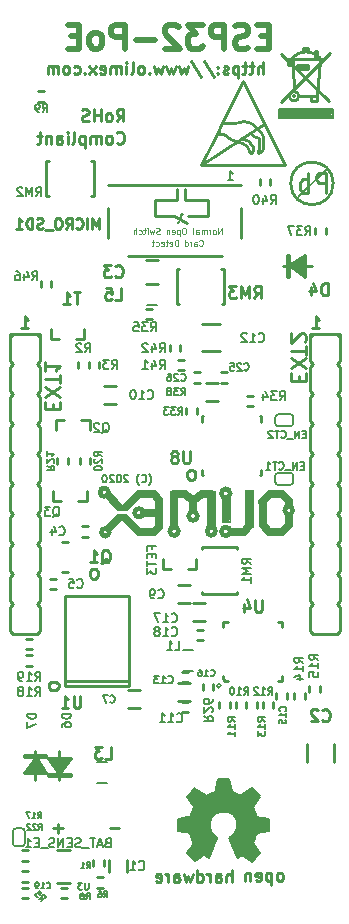
<source format=gbr>
G04 #@! TF.GenerationSoftware,KiCad,Pcbnew,5.99.0-unknown-d20d310~100~ubuntu18.04.1*
G04 #@! TF.CreationDate,2019-12-17T15:54:16+02:00*
G04 #@! TF.ProjectId,ESP32-PoE_Rev_E,45535033-322d-4506-9f45-5f5265765f45,E*
G04 #@! TF.SameCoordinates,Original*
G04 #@! TF.FileFunction,Legend,Bot*
G04 #@! TF.FilePolarity,Positive*
%FSLAX46Y46*%
G04 Gerber Fmt 4.6, Leading zero omitted, Abs format (unit mm)*
G04 Created by KiCad (PCBNEW 5.99.0-unknown-d20d310~100~ubuntu18.04.1) date 2019-12-17 15:54:16*
%MOMM*%
%LPD*%
G04 APERTURE LIST*
%ADD10C,0.254000*%
%ADD11C,0.190500*%
%ADD12C,0.508000*%
%ADD13C,0.158750*%
%ADD14C,0.150000*%
%ADD15C,0.152400*%
%ADD16C,0.127000*%
%ADD17C,1.000000*%
%ADD18C,0.370000*%
%ADD19C,0.380000*%
%ADD20C,0.400000*%
%ADD21C,0.420000*%
%ADD22C,0.100000*%
%ADD23C,0.700000*%
%ADD24C,0.500000*%
%ADD25C,0.200000*%
%ADD26C,0.139700*%
%ADD27C,0.222250*%
%ADD28C,0.125000*%
%ADD29C,0.177800*%
G04 APERTURE END LIST*
D10*
X98672952Y-163820928D02*
X99447047Y-163820928D01*
X94243071Y-163442952D02*
X94243071Y-164217047D01*
X94630119Y-163830000D02*
X93856023Y-163830000D01*
D11*
X108621285Y-108929714D02*
X109056714Y-108929714D01*
X108839000Y-108929714D02*
X108839000Y-108167714D01*
X108911571Y-108276571D01*
X108984142Y-108349142D01*
X109056714Y-108385428D01*
D10*
X99214819Y-105772857D02*
X99263200Y-105821238D01*
X99408342Y-105869619D01*
X99505104Y-105869619D01*
X99650247Y-105821238D01*
X99747009Y-105724476D01*
X99795390Y-105627714D01*
X99843771Y-105434190D01*
X99843771Y-105289047D01*
X99795390Y-105095523D01*
X99747009Y-104998761D01*
X99650247Y-104902000D01*
X99505104Y-104853619D01*
X99408342Y-104853619D01*
X99263200Y-104902000D01*
X99214819Y-104950380D01*
X98634247Y-105869619D02*
X98731009Y-105821238D01*
X98779390Y-105772857D01*
X98827771Y-105676095D01*
X98827771Y-105385809D01*
X98779390Y-105289047D01*
X98731009Y-105240666D01*
X98634247Y-105192285D01*
X98489104Y-105192285D01*
X98392342Y-105240666D01*
X98343961Y-105289047D01*
X98295580Y-105385809D01*
X98295580Y-105676095D01*
X98343961Y-105772857D01*
X98392342Y-105821238D01*
X98489104Y-105869619D01*
X98634247Y-105869619D01*
X97860152Y-105869619D02*
X97860152Y-105192285D01*
X97860152Y-105289047D02*
X97811771Y-105240666D01*
X97715009Y-105192285D01*
X97569866Y-105192285D01*
X97473104Y-105240666D01*
X97424723Y-105337428D01*
X97424723Y-105869619D01*
X97424723Y-105337428D02*
X97376342Y-105240666D01*
X97279580Y-105192285D01*
X97134438Y-105192285D01*
X97037676Y-105240666D01*
X96989295Y-105337428D01*
X96989295Y-105869619D01*
X96505485Y-105192285D02*
X96505485Y-106208285D01*
X96505485Y-105240666D02*
X96408723Y-105192285D01*
X96215200Y-105192285D01*
X96118438Y-105240666D01*
X96070057Y-105289047D01*
X96021676Y-105385809D01*
X96021676Y-105676095D01*
X96070057Y-105772857D01*
X96118438Y-105821238D01*
X96215200Y-105869619D01*
X96408723Y-105869619D01*
X96505485Y-105821238D01*
X95441104Y-105869619D02*
X95537866Y-105821238D01*
X95586247Y-105724476D01*
X95586247Y-104853619D01*
X95054057Y-105869619D02*
X95054057Y-105192285D01*
X95054057Y-104853619D02*
X95102438Y-104902000D01*
X95054057Y-104950380D01*
X95005676Y-104902000D01*
X95054057Y-104853619D01*
X95054057Y-104950380D01*
X94134819Y-105869619D02*
X94134819Y-105337428D01*
X94183200Y-105240666D01*
X94279961Y-105192285D01*
X94473485Y-105192285D01*
X94570247Y-105240666D01*
X94134819Y-105821238D02*
X94231580Y-105869619D01*
X94473485Y-105869619D01*
X94570247Y-105821238D01*
X94618628Y-105724476D01*
X94618628Y-105627714D01*
X94570247Y-105530952D01*
X94473485Y-105482571D01*
X94231580Y-105482571D01*
X94134819Y-105434190D01*
X93651009Y-105192285D02*
X93651009Y-105869619D01*
X93651009Y-105289047D02*
X93602628Y-105240666D01*
X93505866Y-105192285D01*
X93360723Y-105192285D01*
X93263961Y-105240666D01*
X93215580Y-105337428D01*
X93215580Y-105869619D01*
X92876914Y-105192285D02*
X92489866Y-105192285D01*
X92731771Y-104853619D02*
X92731771Y-105724476D01*
X92683390Y-105821238D01*
X92586628Y-105869619D01*
X92489866Y-105869619D01*
X99205142Y-103964619D02*
X99543809Y-103480809D01*
X99785714Y-103964619D02*
X99785714Y-102948619D01*
X99398666Y-102948619D01*
X99301904Y-102997000D01*
X99253523Y-103045380D01*
X99205142Y-103142142D01*
X99205142Y-103287285D01*
X99253523Y-103384047D01*
X99301904Y-103432428D01*
X99398666Y-103480809D01*
X99785714Y-103480809D01*
X98624571Y-103964619D02*
X98721333Y-103916238D01*
X98769714Y-103867857D01*
X98818095Y-103771095D01*
X98818095Y-103480809D01*
X98769714Y-103384047D01*
X98721333Y-103335666D01*
X98624571Y-103287285D01*
X98479428Y-103287285D01*
X98382666Y-103335666D01*
X98334285Y-103384047D01*
X98285904Y-103480809D01*
X98285904Y-103771095D01*
X98334285Y-103867857D01*
X98382666Y-103916238D01*
X98479428Y-103964619D01*
X98624571Y-103964619D01*
X97850476Y-103964619D02*
X97850476Y-102948619D01*
X97850476Y-103432428D02*
X97269904Y-103432428D01*
X97269904Y-103964619D02*
X97269904Y-102948619D01*
X96834476Y-103916238D02*
X96689333Y-103964619D01*
X96447428Y-103964619D01*
X96350666Y-103916238D01*
X96302285Y-103867857D01*
X96253904Y-103771095D01*
X96253904Y-103674333D01*
X96302285Y-103577571D01*
X96350666Y-103529190D01*
X96447428Y-103480809D01*
X96640952Y-103432428D01*
X96737714Y-103384047D01*
X96786095Y-103335666D01*
X96834476Y-103238904D01*
X96834476Y-103142142D01*
X96786095Y-103045380D01*
X96737714Y-102997000D01*
X96640952Y-102948619D01*
X96399047Y-102948619D01*
X96253904Y-102997000D01*
X115787714Y-121490619D02*
X116368285Y-121490619D01*
X116078000Y-121490619D02*
X116078000Y-120474619D01*
X116174761Y-120619761D01*
X116271523Y-120716523D01*
X116368285Y-120764904D01*
X91149714Y-121490619D02*
X91730285Y-121490619D01*
X91440000Y-121490619D02*
X91440000Y-120474619D01*
X91536761Y-120619761D01*
X91633523Y-120716523D01*
X91730285Y-120764904D01*
D12*
X112098666Y-96755857D02*
X111421333Y-96755857D01*
X111131047Y-97820238D02*
X112098666Y-97820238D01*
X112098666Y-95788238D01*
X111131047Y-95788238D01*
X110356952Y-97723476D02*
X110066666Y-97820238D01*
X109582857Y-97820238D01*
X109389333Y-97723476D01*
X109292571Y-97626714D01*
X109195809Y-97433190D01*
X109195809Y-97239666D01*
X109292571Y-97046142D01*
X109389333Y-96949380D01*
X109582857Y-96852619D01*
X109969904Y-96755857D01*
X110163428Y-96659095D01*
X110260190Y-96562333D01*
X110356952Y-96368809D01*
X110356952Y-96175285D01*
X110260190Y-95981761D01*
X110163428Y-95885000D01*
X109969904Y-95788238D01*
X109486095Y-95788238D01*
X109195809Y-95885000D01*
X108324952Y-97820238D02*
X108324952Y-95788238D01*
X107550857Y-95788238D01*
X107357333Y-95885000D01*
X107260571Y-95981761D01*
X107163809Y-96175285D01*
X107163809Y-96465571D01*
X107260571Y-96659095D01*
X107357333Y-96755857D01*
X107550857Y-96852619D01*
X108324952Y-96852619D01*
X106486476Y-95788238D02*
X105228571Y-95788238D01*
X105905904Y-96562333D01*
X105615619Y-96562333D01*
X105422095Y-96659095D01*
X105325333Y-96755857D01*
X105228571Y-96949380D01*
X105228571Y-97433190D01*
X105325333Y-97626714D01*
X105422095Y-97723476D01*
X105615619Y-97820238D01*
X106196190Y-97820238D01*
X106389714Y-97723476D01*
X106486476Y-97626714D01*
X104454476Y-95981761D02*
X104357714Y-95885000D01*
X104164190Y-95788238D01*
X103680380Y-95788238D01*
X103486857Y-95885000D01*
X103390095Y-95981761D01*
X103293333Y-96175285D01*
X103293333Y-96368809D01*
X103390095Y-96659095D01*
X104551238Y-97820238D01*
X103293333Y-97820238D01*
X102422476Y-97046142D02*
X100874285Y-97046142D01*
X99906666Y-97820238D02*
X99906666Y-95788238D01*
X99132571Y-95788238D01*
X98939047Y-95885000D01*
X98842285Y-95981761D01*
X98745523Y-96175285D01*
X98745523Y-96465571D01*
X98842285Y-96659095D01*
X98939047Y-96755857D01*
X99132571Y-96852619D01*
X99906666Y-96852619D01*
X97584380Y-97820238D02*
X97777904Y-97723476D01*
X97874666Y-97626714D01*
X97971428Y-97433190D01*
X97971428Y-96852619D01*
X97874666Y-96659095D01*
X97777904Y-96562333D01*
X97584380Y-96465571D01*
X97294095Y-96465571D01*
X97100571Y-96562333D01*
X97003809Y-96659095D01*
X96907047Y-96852619D01*
X96907047Y-97433190D01*
X97003809Y-97626714D01*
X97100571Y-97723476D01*
X97294095Y-97820238D01*
X97584380Y-97820238D01*
X96036190Y-96755857D02*
X95358857Y-96755857D01*
X95068571Y-97820238D02*
X96036190Y-97820238D01*
X96036190Y-95788238D01*
X95068571Y-95788238D01*
D13*
X101935642Y-134768166D02*
X101965880Y-134737928D01*
X102026357Y-134647214D01*
X102056595Y-134586738D01*
X102086833Y-134496023D01*
X102117071Y-134344833D01*
X102117071Y-134223880D01*
X102086833Y-134072690D01*
X102056595Y-133981976D01*
X102026357Y-133921500D01*
X101965880Y-133830785D01*
X101935642Y-133800547D01*
X101330880Y-134465785D02*
X101361119Y-134496023D01*
X101451833Y-134526261D01*
X101512309Y-134526261D01*
X101603023Y-134496023D01*
X101663500Y-134435547D01*
X101693738Y-134375071D01*
X101723976Y-134254119D01*
X101723976Y-134163404D01*
X101693738Y-134042452D01*
X101663500Y-133981976D01*
X101603023Y-133921500D01*
X101512309Y-133891261D01*
X101451833Y-133891261D01*
X101361119Y-133921500D01*
X101330880Y-133951738D01*
X101119214Y-134768166D02*
X101088976Y-134737928D01*
X101028500Y-134647214D01*
X100998261Y-134586738D01*
X100968023Y-134496023D01*
X100937785Y-134344833D01*
X100937785Y-134223880D01*
X100968023Y-134072690D01*
X100998261Y-133981976D01*
X101028500Y-133921500D01*
X101088976Y-133830785D01*
X101119214Y-133800547D01*
X100181833Y-133951738D02*
X100151595Y-133921500D01*
X100091119Y-133891261D01*
X99939928Y-133891261D01*
X99879452Y-133921500D01*
X99849214Y-133951738D01*
X99818976Y-134012214D01*
X99818976Y-134072690D01*
X99849214Y-134163404D01*
X100212071Y-134526261D01*
X99818976Y-134526261D01*
X99425880Y-133891261D02*
X99365404Y-133891261D01*
X99304928Y-133921500D01*
X99274690Y-133951738D01*
X99244452Y-134012214D01*
X99214214Y-134133166D01*
X99214214Y-134284357D01*
X99244452Y-134405309D01*
X99274690Y-134465785D01*
X99304928Y-134496023D01*
X99365404Y-134526261D01*
X99425880Y-134526261D01*
X99486357Y-134496023D01*
X99516595Y-134465785D01*
X99546833Y-134405309D01*
X99577071Y-134284357D01*
X99577071Y-134133166D01*
X99546833Y-134012214D01*
X99516595Y-133951738D01*
X99486357Y-133921500D01*
X99425880Y-133891261D01*
X98972309Y-133951738D02*
X98942071Y-133921500D01*
X98881595Y-133891261D01*
X98730404Y-133891261D01*
X98669928Y-133921500D01*
X98639690Y-133951738D01*
X98609452Y-134012214D01*
X98609452Y-134072690D01*
X98639690Y-134163404D01*
X99002547Y-134526261D01*
X98609452Y-134526261D01*
X98216357Y-133891261D02*
X98155880Y-133891261D01*
X98095404Y-133921500D01*
X98065166Y-133951738D01*
X98034928Y-134012214D01*
X98004690Y-134133166D01*
X98004690Y-134284357D01*
X98034928Y-134405309D01*
X98065166Y-134465785D01*
X98095404Y-134496023D01*
X98155880Y-134526261D01*
X98216357Y-134526261D01*
X98276833Y-134496023D01*
X98307071Y-134465785D01*
X98337309Y-134405309D01*
X98367547Y-134284357D01*
X98367547Y-134133166D01*
X98337309Y-134012214D01*
X98307071Y-133951738D01*
X98276833Y-133921500D01*
X98216357Y-133891261D01*
D10*
X111608809Y-99964119D02*
X111608809Y-98948119D01*
X111173380Y-99964119D02*
X111173380Y-99431928D01*
X111221761Y-99335166D01*
X111318523Y-99286785D01*
X111463666Y-99286785D01*
X111560428Y-99335166D01*
X111608809Y-99383547D01*
X110834714Y-99286785D02*
X110447666Y-99286785D01*
X110689571Y-98948119D02*
X110689571Y-99818976D01*
X110641190Y-99915738D01*
X110544428Y-99964119D01*
X110447666Y-99964119D01*
X110254142Y-99286785D02*
X109867095Y-99286785D01*
X110109000Y-98948119D02*
X110109000Y-99818976D01*
X110060619Y-99915738D01*
X109963857Y-99964119D01*
X109867095Y-99964119D01*
X109528428Y-99286785D02*
X109528428Y-100302785D01*
X109528428Y-99335166D02*
X109431666Y-99286785D01*
X109238142Y-99286785D01*
X109141380Y-99335166D01*
X109093000Y-99383547D01*
X109044619Y-99480309D01*
X109044619Y-99770595D01*
X109093000Y-99867357D01*
X109141380Y-99915738D01*
X109238142Y-99964119D01*
X109431666Y-99964119D01*
X109528428Y-99915738D01*
X108657571Y-99915738D02*
X108560809Y-99964119D01*
X108367285Y-99964119D01*
X108270523Y-99915738D01*
X108222142Y-99818976D01*
X108222142Y-99770595D01*
X108270523Y-99673833D01*
X108367285Y-99625452D01*
X108512428Y-99625452D01*
X108609190Y-99577071D01*
X108657571Y-99480309D01*
X108657571Y-99431928D01*
X108609190Y-99335166D01*
X108512428Y-99286785D01*
X108367285Y-99286785D01*
X108270523Y-99335166D01*
X107786714Y-99867357D02*
X107738333Y-99915738D01*
X107786714Y-99964119D01*
X107835095Y-99915738D01*
X107786714Y-99867357D01*
X107786714Y-99964119D01*
X107786714Y-99335166D02*
X107738333Y-99383547D01*
X107786714Y-99431928D01*
X107835095Y-99383547D01*
X107786714Y-99335166D01*
X107786714Y-99431928D01*
X106577190Y-98899738D02*
X107448047Y-100206023D01*
X105512809Y-98899738D02*
X106383666Y-100206023D01*
X105270904Y-99286785D02*
X105077380Y-99964119D01*
X104883857Y-99480309D01*
X104690333Y-99964119D01*
X104496809Y-99286785D01*
X104206523Y-99286785D02*
X104013000Y-99964119D01*
X103819476Y-99480309D01*
X103625952Y-99964119D01*
X103432428Y-99286785D01*
X103142142Y-99286785D02*
X102948619Y-99964119D01*
X102755095Y-99480309D01*
X102561571Y-99964119D01*
X102368047Y-99286785D01*
X101981000Y-99867357D02*
X101932619Y-99915738D01*
X101981000Y-99964119D01*
X102029380Y-99915738D01*
X101981000Y-99867357D01*
X101981000Y-99964119D01*
X101352047Y-99964119D02*
X101448809Y-99915738D01*
X101497190Y-99867357D01*
X101545571Y-99770595D01*
X101545571Y-99480309D01*
X101497190Y-99383547D01*
X101448809Y-99335166D01*
X101352047Y-99286785D01*
X101206904Y-99286785D01*
X101110142Y-99335166D01*
X101061761Y-99383547D01*
X101013380Y-99480309D01*
X101013380Y-99770595D01*
X101061761Y-99867357D01*
X101110142Y-99915738D01*
X101206904Y-99964119D01*
X101352047Y-99964119D01*
X100432809Y-99964119D02*
X100529571Y-99915738D01*
X100577952Y-99818976D01*
X100577952Y-98948119D01*
X100045761Y-99964119D02*
X100045761Y-99286785D01*
X100045761Y-98948119D02*
X100094142Y-98996500D01*
X100045761Y-99044880D01*
X99997380Y-98996500D01*
X100045761Y-98948119D01*
X100045761Y-99044880D01*
X99561952Y-99964119D02*
X99561952Y-99286785D01*
X99561952Y-99383547D02*
X99513571Y-99335166D01*
X99416809Y-99286785D01*
X99271666Y-99286785D01*
X99174904Y-99335166D01*
X99126523Y-99431928D01*
X99126523Y-99964119D01*
X99126523Y-99431928D02*
X99078142Y-99335166D01*
X98981380Y-99286785D01*
X98836238Y-99286785D01*
X98739476Y-99335166D01*
X98691095Y-99431928D01*
X98691095Y-99964119D01*
X97820238Y-99915738D02*
X97917000Y-99964119D01*
X98110523Y-99964119D01*
X98207285Y-99915738D01*
X98255666Y-99818976D01*
X98255666Y-99431928D01*
X98207285Y-99335166D01*
X98110523Y-99286785D01*
X97917000Y-99286785D01*
X97820238Y-99335166D01*
X97771857Y-99431928D01*
X97771857Y-99528690D01*
X98255666Y-99625452D01*
X97433190Y-99964119D02*
X96901000Y-99286785D01*
X97433190Y-99286785D02*
X96901000Y-99964119D01*
X96513952Y-99867357D02*
X96465571Y-99915738D01*
X96513952Y-99964119D01*
X96562333Y-99915738D01*
X96513952Y-99867357D01*
X96513952Y-99964119D01*
X95594714Y-99915738D02*
X95691476Y-99964119D01*
X95885000Y-99964119D01*
X95981761Y-99915738D01*
X96030142Y-99867357D01*
X96078523Y-99770595D01*
X96078523Y-99480309D01*
X96030142Y-99383547D01*
X95981761Y-99335166D01*
X95885000Y-99286785D01*
X95691476Y-99286785D01*
X95594714Y-99335166D01*
X95014142Y-99964119D02*
X95110904Y-99915738D01*
X95159285Y-99867357D01*
X95207666Y-99770595D01*
X95207666Y-99480309D01*
X95159285Y-99383547D01*
X95110904Y-99335166D01*
X95014142Y-99286785D01*
X94869000Y-99286785D01*
X94772238Y-99335166D01*
X94723857Y-99383547D01*
X94675476Y-99480309D01*
X94675476Y-99770595D01*
X94723857Y-99867357D01*
X94772238Y-99915738D01*
X94869000Y-99964119D01*
X95014142Y-99964119D01*
X94240047Y-99964119D02*
X94240047Y-99286785D01*
X94240047Y-99383547D02*
X94191666Y-99335166D01*
X94094904Y-99286785D01*
X93949761Y-99286785D01*
X93853000Y-99335166D01*
X93804619Y-99431928D01*
X93804619Y-99964119D01*
X93804619Y-99431928D02*
X93756238Y-99335166D01*
X93659476Y-99286785D01*
X93514333Y-99286785D01*
X93417571Y-99335166D01*
X93369190Y-99431928D01*
X93369190Y-99964119D01*
D14*
X113919000Y-129794000D02*
X112903000Y-129794000D01*
X114173000Y-129032000D02*
X114173000Y-129540000D01*
X112903000Y-128778000D02*
X113919000Y-128778000D01*
X112649000Y-129540000D02*
X112649000Y-129032000D01*
D15*
X112649000Y-129032000D02*
G75*
G02X112903000Y-128778000I254000J0D01*
G01*
X113919000Y-128778000D02*
G75*
G02X114173000Y-129032000I0J-254000D01*
G01*
X114173000Y-129540000D02*
G75*
G02X113919000Y-129794000I-254000J0D01*
G01*
X112903000Y-129794000D02*
G75*
G02X112649000Y-129540000I0J254000D01*
G01*
D14*
X112903000Y-133731000D02*
X113919000Y-133731000D01*
X112649000Y-134493000D02*
X112649000Y-133985000D01*
X113919000Y-134747000D02*
X112903000Y-134747000D01*
X114173000Y-133985000D02*
X114173000Y-134493000D01*
D15*
X114173000Y-134493000D02*
G75*
G02X113919000Y-134747000I-254000J0D01*
G01*
X112903000Y-134747000D02*
G75*
G02X112649000Y-134493000I0J254000D01*
G01*
X112649000Y-133985000D02*
G75*
G02X112903000Y-133731000I254000J0D01*
G01*
X113919000Y-133731000D02*
G75*
G02X114173000Y-133985000I0J-254000D01*
G01*
D10*
X91440000Y-167449500D02*
X91186000Y-167449500D01*
X91440000Y-167449500D02*
X91694000Y-167449500D01*
X91440000Y-166560500D02*
X91694000Y-166560500D01*
X91440000Y-166560500D02*
X91186000Y-166560500D01*
X91440000Y-165671500D02*
X91694000Y-165671500D01*
X91440000Y-165671500D02*
X91186000Y-165671500D01*
X91440000Y-166560500D02*
X91186000Y-166560500D01*
X91440000Y-166560500D02*
X91694000Y-166560500D01*
X92316300Y-159740600D02*
X92316300Y-157264100D01*
X93268800Y-159156400D02*
X92354400Y-157784800D01*
X92354400Y-157784800D02*
X91363800Y-159156400D01*
X93268800Y-157784800D02*
X91363800Y-157784800D01*
X93268800Y-159156400D02*
X91363800Y-159156400D01*
X93268800Y-157607000D02*
X91363800Y-157607000D01*
X91363800Y-157784800D02*
X91363800Y-157607000D01*
X93268800Y-157784800D02*
X93268800Y-157607000D01*
X91567000Y-159004000D02*
X93091000Y-159004000D01*
X92964000Y-158877000D02*
X91694000Y-158877000D01*
X91821000Y-158750000D02*
X92964000Y-158750000D01*
X92710000Y-158623000D02*
X91821000Y-158623000D01*
X92710000Y-158496000D02*
X91948000Y-158496000D01*
X92583000Y-158369000D02*
X91948000Y-158369000D01*
X92456000Y-158242000D02*
X92075000Y-158242000D01*
X94373700Y-157251400D02*
X94373700Y-159727900D01*
X93421200Y-157835600D02*
X94335600Y-159207200D01*
X94335600Y-159207200D02*
X95326200Y-157835600D01*
X93421200Y-159207200D02*
X95326200Y-159207200D01*
X93421200Y-157835600D02*
X95326200Y-157835600D01*
X93421200Y-159385000D02*
X95326200Y-159385000D01*
X95326200Y-159207200D02*
X95326200Y-159385000D01*
X93421200Y-159207200D02*
X93421200Y-159385000D01*
X95123000Y-157988000D02*
X93599000Y-157988000D01*
X93726000Y-158115000D02*
X94996000Y-158115000D01*
X94869000Y-158242000D02*
X93726000Y-158242000D01*
X93980000Y-158369000D02*
X94869000Y-158369000D01*
X93980000Y-158496000D02*
X94742000Y-158496000D01*
X94107000Y-158623000D02*
X94742000Y-158623000D01*
X94234000Y-158750000D02*
X94615000Y-158750000D01*
X106045000Y-126111000D02*
X105791000Y-126111000D01*
X106045000Y-126111000D02*
X106299000Y-126111000D01*
X106045000Y-125222000D02*
X106299000Y-125222000D01*
X106045000Y-125222000D02*
X105791000Y-125222000D01*
X91440000Y-168338500D02*
X91186000Y-168338500D01*
X91440000Y-168338500D02*
X91694000Y-168338500D01*
X91440000Y-167449500D02*
X91694000Y-167449500D01*
X91440000Y-167449500D02*
X91186000Y-167449500D01*
X92837000Y-101409500D02*
X93091000Y-101409500D01*
X92837000Y-101409500D02*
X92583000Y-101409500D01*
X92837000Y-102298500D02*
X92583000Y-102298500D01*
X92837000Y-102298500D02*
X93091000Y-102298500D01*
X97790000Y-168846500D02*
X97536000Y-168846500D01*
X97790000Y-168846500D02*
X98044000Y-168846500D01*
X97790000Y-167957500D02*
X98044000Y-167957500D01*
X97790000Y-167957500D02*
X97536000Y-167957500D01*
X95300800Y-168478200D02*
X94170500Y-168478200D01*
X95300800Y-165671500D02*
X94170500Y-165671500D01*
D16*
X97548700Y-158242000D02*
X98386900Y-158242000D01*
X97548700Y-160020000D02*
X98386900Y-160020000D01*
D17*
X107104180Y-164706300D02*
X106771440Y-165437820D01*
X107104180Y-164797740D02*
X105923080Y-165811200D01*
X106989880Y-164660580D02*
X106372660Y-164988240D01*
X106669840Y-164241480D02*
X106060240Y-164348160D01*
X105834180Y-163083240D02*
X106555540Y-163230560D01*
X106075480Y-162389820D02*
X106730800Y-162755580D01*
X106944160Y-161521140D02*
X107363260Y-162107880D01*
X107530900Y-161269680D02*
X107751880Y-161955480D01*
X108795820Y-161254440D02*
X108628180Y-161864040D01*
X109230160Y-161513520D02*
X109054900Y-161871660D01*
X110228380Y-162290760D02*
X109771180Y-162580320D01*
X110403640Y-162770820D02*
X109961680Y-162930840D01*
X110728760Y-164015420D02*
X110022640Y-163888420D01*
X110479840Y-164660580D02*
X109915960Y-164180520D01*
X109814360Y-165559740D02*
X109448600Y-164797740D01*
X105023920Y-163507420D02*
X106492040Y-163593780D01*
X106014520Y-161323020D02*
X107127040Y-162389820D01*
X108280200Y-160266380D02*
X108275120Y-161780220D01*
X110540800Y-161241740D02*
X109479080Y-162349180D01*
X111526320Y-163527740D02*
X110109000Y-163466780D01*
X110490000Y-165732460D02*
X109636560Y-164711380D01*
D14*
X109474000Y-164302440D02*
X109166660Y-164569140D01*
X109804200Y-161389060D02*
X108821220Y-160896300D01*
X107624880Y-164894260D02*
X107746800Y-164609780D01*
X107487720Y-164439600D02*
X107741720Y-164604700D01*
X108988860Y-164437060D02*
X108762800Y-164612320D01*
X109357160Y-164322760D02*
X109098080Y-164660580D01*
X109580680Y-164101780D02*
X109486700Y-164271960D01*
X109580680Y-164101780D02*
X109486700Y-164271960D01*
X109717840Y-163248340D02*
X109585760Y-164071300D01*
X109293660Y-162511740D02*
X109712760Y-163243260D01*
X108422440Y-162082480D02*
X109293660Y-162511740D01*
X107607100Y-162250120D02*
X108422440Y-162090100D01*
X107096560Y-162679380D02*
X107607100Y-162250120D01*
X106862880Y-163352480D02*
X107096560Y-162679380D01*
X106867960Y-163857940D02*
X106867960Y-163339780D01*
X107243880Y-164569140D02*
X106867960Y-163857940D01*
X107421680Y-164691060D02*
X107243880Y-164569140D01*
X110693200Y-160670240D02*
X109809280Y-161391600D01*
X110449360Y-162024060D02*
X111051340Y-161114740D01*
X110454440Y-162018980D02*
X110840520Y-163017200D01*
X111983520Y-163286440D02*
X110868460Y-163040060D01*
X111841280Y-163230560D02*
X111841280Y-163880800D01*
X107464860Y-164632640D02*
X106936540Y-166014400D01*
X107073700Y-166311580D02*
X107459780Y-165331140D01*
X106545380Y-165983920D02*
X107073700Y-166311580D01*
X105862120Y-166316660D02*
X106682540Y-165788340D01*
X106725720Y-166011860D02*
X105849420Y-166631620D01*
X105839260Y-166626540D02*
X105156000Y-165935660D01*
X105443020Y-165851840D02*
X105928160Y-166382700D01*
X105410000Y-164216080D02*
X105791000Y-165196520D01*
X105514140Y-164249100D02*
X104391460Y-164038280D01*
X104376220Y-163060380D02*
X104378760Y-164017960D01*
X104460040Y-163802060D02*
X105567480Y-164025580D01*
X105763060Y-162031680D02*
X105397300Y-162900360D01*
X105148380Y-161150300D02*
X105851960Y-162140900D01*
X105846880Y-160451800D02*
X105153460Y-161142680D01*
X106862880Y-161127440D02*
X105851960Y-160454340D01*
X107548680Y-160741360D02*
X106743500Y-161079180D01*
X107764580Y-159651700D02*
X107538520Y-160822640D01*
X108729780Y-159651700D02*
X107764580Y-159651700D01*
X108739940Y-159659320D02*
X108940600Y-160685480D01*
X109728000Y-161053780D02*
X108823760Y-160675320D01*
X110662720Y-160406080D02*
X109692440Y-161122360D01*
X111348520Y-161122360D02*
X110675420Y-160408620D01*
X111328200Y-161157920D02*
X110733840Y-162011360D01*
X111066580Y-162841940D02*
X110731300Y-162008820D01*
X112135920Y-163040060D02*
X110964980Y-162836860D01*
X112133380Y-163042600D02*
X112133380Y-164028120D01*
X112133380Y-164035740D02*
X111061500Y-164231320D01*
X111371380Y-165943280D02*
X110774480Y-165079680D01*
X110642400Y-166639240D02*
X111363760Y-165945820D01*
X109809280Y-166067740D02*
X110634780Y-166631620D01*
X109796580Y-166077900D02*
X109451140Y-166298880D01*
X109413040Y-166281100D02*
X108762800Y-164612320D01*
D18*
X105846880Y-166471600D02*
X105293160Y-165925500D01*
X105912920Y-165031420D02*
X105293160Y-165917880D01*
X109169200Y-162633660D02*
G75*
G02X109093000Y-164487860I-965200J-889000D01*
G01*
X107218480Y-162806380D02*
G75*
G02X109143800Y-162608260I1061720J-863600D01*
G01*
X107599480Y-164655500D02*
G75*
G02X107228640Y-162791140I746760J1117600D01*
G01*
X107035600Y-166098220D02*
X107609640Y-164658040D01*
X106697780Y-165912800D02*
X107035600Y-166098220D01*
X105862120Y-166479220D02*
X106697780Y-165912800D01*
X105506520Y-164119560D02*
X105912920Y-165031420D01*
X104493060Y-163949380D02*
X105506520Y-164119560D01*
X104493060Y-163113720D02*
X104493060Y-163949380D01*
X105575100Y-162885120D02*
X104493060Y-163113720D01*
X105915460Y-161947860D02*
X105575100Y-162885120D01*
X105298240Y-161157920D02*
X105915460Y-161947860D01*
X105851960Y-160609280D02*
X105298240Y-161155380D01*
X106756200Y-161241740D02*
X105851960Y-160607300D01*
X107670600Y-160797240D02*
X106768900Y-161246820D01*
X107883960Y-159778700D02*
X107670600Y-160797240D01*
X108651040Y-159758380D02*
X107866180Y-159758380D01*
X108643420Y-159771080D02*
X108849160Y-160784540D01*
X109748320Y-161211260D02*
X108902500Y-160804860D01*
X110637320Y-160568640D02*
X109809280Y-161221420D01*
D19*
X111185960Y-161127440D02*
X110685580Y-160594040D01*
D18*
X111175800Y-161150300D02*
X110619540Y-162001200D01*
X110947200Y-162918140D02*
X110599220Y-162052000D01*
X111996220Y-163134040D02*
X110977680Y-162953700D01*
D19*
X111983520Y-163146740D02*
X111988600Y-163934140D01*
D18*
X111993680Y-163923980D02*
X111043720Y-164142420D01*
X111015780Y-164165280D02*
X110657640Y-165049200D01*
X111191040Y-165925500D02*
X110657640Y-165092380D01*
D19*
X111206280Y-165925500D02*
X110642400Y-166463980D01*
D20*
X110629700Y-166463980D02*
X109849920Y-165933120D01*
D18*
X109839760Y-165915340D02*
X109522260Y-166121080D01*
D21*
X109494320Y-166100760D02*
X108943140Y-164678360D01*
D10*
X96837500Y-124587000D02*
X96837500Y-124333000D01*
X96837500Y-124587000D02*
X96837500Y-124841000D01*
X97726500Y-124587000D02*
X97726500Y-124841000D01*
X97726500Y-124587000D02*
X97726500Y-124333000D01*
X98171000Y-126365000D02*
X99187000Y-126365000D01*
X98171000Y-127889000D02*
X99187000Y-127889000D01*
X108331000Y-126111000D02*
X108077000Y-126111000D01*
X108331000Y-126111000D02*
X108585000Y-126111000D01*
X108331000Y-125222000D02*
X108585000Y-125222000D01*
X108331000Y-125222000D02*
X108077000Y-125222000D01*
D22*
X102374700Y-135204200D02*
X101003100Y-135204200D01*
X101003100Y-135204200D02*
X100952300Y-135204200D01*
X100952300Y-135204200D02*
X99695000Y-136448800D01*
X103898700Y-135318500D02*
X103797100Y-135318500D01*
X103746300Y-135255000D02*
X103746300Y-135242300D01*
X103746300Y-135242300D02*
X105041700Y-135242300D01*
X105041700Y-135242300D02*
X105067100Y-135242300D01*
X105067100Y-135242300D02*
X105689400Y-135737600D01*
X103746300Y-138264900D02*
X103746300Y-135255000D01*
X107403900Y-135305800D02*
X107480100Y-135305800D01*
X107556300Y-135242300D02*
X106311700Y-135242300D01*
X106311700Y-135242300D02*
X105727500Y-135724900D01*
X107556300Y-138239500D02*
X107556300Y-135255000D01*
X108292900Y-137833100D02*
X108204000Y-137833100D01*
X108635800Y-137833100D02*
X108699300Y-137833100D01*
X108775500Y-137896600D02*
X108165900Y-137896600D01*
X108165900Y-137896600D02*
X108140500Y-137896600D01*
X108140500Y-137896600D02*
X108140500Y-135877300D01*
X108775500Y-135877300D02*
X108775500Y-137896600D01*
X110274100Y-135267700D02*
X110159800Y-135267700D01*
X110401100Y-135191500D02*
X110096300Y-135191500D01*
X110096300Y-135191500D02*
X110096300Y-138226800D01*
X110578900Y-135280400D02*
X110642400Y-135267700D01*
X110693200Y-135191500D02*
X110705900Y-135191500D01*
X110705900Y-135191500D02*
X110718600Y-135191500D01*
X110718600Y-135191500D02*
X110718600Y-138341100D01*
X110413800Y-135191500D02*
X110693200Y-135191500D01*
D23*
X110413800Y-138264900D02*
X110413800Y-135534400D01*
X104076500Y-135547100D02*
X104076500Y-138150600D01*
X112191800Y-135534400D02*
X113195100Y-135534400D01*
X111569500Y-136144000D02*
X111569500Y-138074400D01*
X113792000Y-136182100D02*
X113792000Y-136423400D01*
X113792000Y-138150600D02*
X113207800Y-138722100D01*
X113779300Y-138163300D02*
X113779300Y-137401300D01*
X113220500Y-138722100D02*
X112179100Y-138722100D01*
D20*
X101451659Y-137109200D02*
G75*
G03X101451659Y-137109200I-359659J0D01*
G01*
D23*
X101600000Y-137109200D02*
X102819200Y-137109200D01*
D20*
X98517735Y-135369300D02*
G75*
G03X98517735Y-135369300I-359435J0D01*
G01*
D23*
X98526600Y-135724900D02*
X99390200Y-136618600D01*
D24*
X99949000Y-136715500D02*
X99390200Y-136715500D01*
D23*
X101066600Y-135534400D02*
X99974400Y-136601200D01*
X102288500Y-135534400D02*
X101066600Y-135534400D01*
X102819200Y-136017000D02*
X102336600Y-135509000D01*
X102819200Y-136042400D02*
X102819200Y-138277600D01*
X102819200Y-138277600D02*
X102387400Y-138709400D01*
X102387400Y-138709400D02*
X101066600Y-138709400D01*
X101066600Y-138709400D02*
X99923600Y-137591800D01*
D24*
X99923600Y-137490200D02*
X99390200Y-137490200D01*
D23*
X98577400Y-138404600D02*
X99415600Y-137591800D01*
D20*
X98576666Y-138760200D02*
G75*
G03X98576666Y-138760200I-329466J0D01*
G01*
X104439729Y-138671300D02*
G75*
G03X104439729Y-138671300I-363229J0D01*
G01*
D23*
X104978200Y-135559800D02*
X104089200Y-135559800D01*
D20*
X106060318Y-137388600D02*
G75*
G03X106060318Y-137388600I-370918J0D01*
G01*
D23*
X105613200Y-136067800D02*
X104978200Y-135559800D01*
X105689400Y-136855200D02*
X105689400Y-136144000D01*
X106400600Y-135559800D02*
X105791000Y-136067800D01*
X107238800Y-135559800D02*
X106400600Y-135559800D01*
X107238800Y-138150600D02*
X107238800Y-135559800D01*
D20*
X107585759Y-138658600D02*
G75*
G03X107585759Y-138658600I-359659J0D01*
G01*
X108818818Y-135458200D02*
G75*
G03X108818818Y-135458200I-373518J0D01*
G01*
D23*
X108458000Y-135991600D02*
X108458000Y-137591800D01*
D20*
X108824324Y-138684000D02*
G75*
G03X108824324Y-138684000I-366324J0D01*
G01*
D23*
X108970800Y-138709400D02*
X109956600Y-138709400D01*
X109956600Y-138709400D02*
X110413800Y-138252200D01*
X111582200Y-138112500D02*
X112141000Y-138696700D01*
X112191800Y-135547100D02*
X111556800Y-136156700D01*
X113792000Y-136131300D02*
X113284000Y-135623300D01*
D20*
X114116747Y-136906000D02*
G75*
G03X114116747Y-136906000I-337447J0D01*
G01*
D16*
X114363500Y-101854000D02*
G75*
G03X114363500Y-101854000I-127000J0D01*
G01*
D10*
X114109500Y-98552000D02*
G75*
G02X116395500Y-98552000I1143000J-1143000D01*
G01*
X115379500Y-97790000D02*
X115379500Y-97917000D01*
X115379500Y-97917000D02*
X114998500Y-97917000D01*
X114998500Y-97917000D02*
X114998500Y-97790000D01*
X114998500Y-97790000D02*
X115379500Y-97790000D01*
X115252500Y-99314000D02*
X114617500Y-99314000D01*
X115379500Y-99187000D02*
X114490500Y-99187000D01*
X114490500Y-99187000D02*
X114490500Y-99568000D01*
X114490500Y-99568000D02*
X115379500Y-99568000D01*
X115379500Y-99568000D02*
X115379500Y-99187000D01*
X113982500Y-99187000D02*
X113982500Y-98806000D01*
X113982500Y-98806000D02*
X113855500Y-98806000D01*
X113855500Y-98806000D02*
X113855500Y-99187000D01*
X113982500Y-98806000D02*
X113982500Y-98933000D01*
X113982500Y-98679000D02*
X113855500Y-99060000D01*
X113982500Y-98806000D02*
X113982500Y-98933000D01*
X114109500Y-98679000D02*
X114109500Y-99187000D01*
X114109500Y-99187000D02*
X113728500Y-99187000D01*
X113728500Y-99187000D02*
X113728500Y-98679000D01*
X116141500Y-98552000D02*
X116141500Y-98044000D01*
X116141500Y-98044000D02*
X116014500Y-98044000D01*
X116014500Y-98044000D02*
X116014500Y-98552000D01*
X114638109Y-101854000D02*
G75*
G03X114638109Y-101854000I-401609J0D01*
G01*
X114236500Y-101346000D02*
X114109500Y-99314000D01*
X116141500Y-101854000D02*
X116141500Y-102235000D01*
X116141500Y-102235000D02*
X115633500Y-102235000D01*
X115633500Y-102235000D02*
X115633500Y-101981000D01*
X116649500Y-98679000D02*
X113728500Y-98679000D01*
X116141500Y-101854000D02*
X116395500Y-98806000D01*
X116141500Y-101854000D02*
X114744500Y-101854000D01*
X117157500Y-102235000D02*
X113093500Y-98298000D01*
X117284500Y-98171000D02*
X113093500Y-102362000D01*
D14*
X117439700Y-103607400D02*
X113020100Y-103607400D01*
X113020100Y-103505800D02*
X117388900Y-103505800D01*
X117439700Y-103302600D02*
X112969300Y-103302600D01*
X117439700Y-103150200D02*
X113020100Y-103150200D01*
X112969300Y-103404200D02*
X117388900Y-103404200D01*
X112969300Y-103251800D02*
X117388900Y-103251800D01*
X117439700Y-103099400D02*
X112969300Y-103099400D01*
X112969300Y-102997800D02*
X117388900Y-102997800D01*
X112918500Y-103709000D02*
X117490500Y-103709000D01*
X117490500Y-103709000D02*
X117490500Y-102947000D01*
X117490500Y-102947000D02*
X112918500Y-102947000D01*
X112918500Y-102947000D02*
X112918500Y-103709000D01*
D25*
X114587020Y-110380780D02*
X117020340Y-107960160D01*
D10*
X117550037Y-109217460D02*
G75*
G03X117550037Y-109217460I-1802237J0D01*
G01*
X102743000Y-117729000D02*
X101727000Y-117729000D01*
X102743000Y-115697000D02*
X101727000Y-115697000D01*
X106299000Y-147002500D02*
X106553000Y-147002500D01*
X106299000Y-147002500D02*
X106045000Y-147002500D01*
X106299000Y-147891500D02*
X106045000Y-147891500D01*
X106299000Y-147891500D02*
X106553000Y-147891500D01*
X105029000Y-150558500D02*
X105283000Y-150558500D01*
X105029000Y-150558500D02*
X104775000Y-150558500D01*
X105029000Y-151447500D02*
X104775000Y-151447500D01*
X105029000Y-151447500D02*
X105283000Y-151447500D01*
X113601500Y-152654000D02*
X113601500Y-152908000D01*
X113601500Y-152654000D02*
X113601500Y-152400000D01*
X112712500Y-152654000D02*
X112712500Y-152400000D01*
X112712500Y-152654000D02*
X112712500Y-152908000D01*
X105029000Y-153098500D02*
X105283000Y-153098500D01*
X105029000Y-153098500D02*
X104775000Y-153098500D01*
X105029000Y-153987500D02*
X104775000Y-153987500D01*
X105029000Y-153987500D02*
X105283000Y-153987500D01*
X93662500Y-117729000D02*
X93662500Y-117983000D01*
X93662500Y-117729000D02*
X93662500Y-117475000D01*
X92773500Y-117729000D02*
X92773500Y-117475000D01*
X92773500Y-117729000D02*
X92773500Y-117983000D01*
X104584500Y-123190000D02*
X104584500Y-123444000D01*
X104584500Y-123190000D02*
X104584500Y-122936000D01*
X103695500Y-123190000D02*
X103695500Y-122936000D01*
X103695500Y-123190000D02*
X103695500Y-123444000D01*
X104648000Y-124142500D02*
X104902000Y-124142500D01*
X104648000Y-124142500D02*
X104394000Y-124142500D01*
X104648000Y-125031500D02*
X104394000Y-125031500D01*
X104648000Y-125031500D02*
X104902000Y-125031500D01*
X112204500Y-109093000D02*
X112204500Y-109347000D01*
X112204500Y-109093000D02*
X112204500Y-108839000D01*
X111315500Y-109093000D02*
X111315500Y-108839000D01*
X111315500Y-109093000D02*
X111315500Y-109347000D01*
X101981000Y-120713500D02*
X101727000Y-120713500D01*
X101981000Y-120713500D02*
X102235000Y-120713500D01*
X101981000Y-119824500D02*
X102235000Y-119824500D01*
X101981000Y-119824500D02*
X101727000Y-119824500D01*
X110490000Y-127190500D02*
X110744000Y-127190500D01*
X110490000Y-127190500D02*
X110236000Y-127190500D01*
X110490000Y-128079500D02*
X110236000Y-128079500D01*
X110490000Y-128079500D02*
X110744000Y-128079500D01*
X105092500Y-128524000D02*
X105092500Y-128270000D01*
X105092500Y-128524000D02*
X105092500Y-128778000D01*
X105981500Y-128524000D02*
X105981500Y-128778000D01*
X105981500Y-128524000D02*
X105981500Y-128270000D01*
X106489500Y-151892000D02*
X106489500Y-151638000D01*
X106489500Y-151892000D02*
X106489500Y-152146000D01*
X107378500Y-151892000D02*
X107378500Y-152146000D01*
X107378500Y-151892000D02*
X107378500Y-151638000D01*
X91440000Y-168846500D02*
X91694000Y-168846500D01*
X91440000Y-168846500D02*
X91186000Y-168846500D01*
X91440000Y-169735500D02*
X91186000Y-169735500D01*
X91440000Y-169735500D02*
X91694000Y-169735500D01*
X116395500Y-152019000D02*
X116395500Y-152273000D01*
X116395500Y-152019000D02*
X116395500Y-151765000D01*
X115506500Y-152019000D02*
X115506500Y-151765000D01*
X115506500Y-152019000D02*
X115506500Y-152273000D01*
X115125500Y-152654000D02*
X115125500Y-152908000D01*
X115125500Y-152654000D02*
X115125500Y-152400000D01*
X114236500Y-152654000D02*
X114236500Y-152400000D01*
X114236500Y-152654000D02*
X114236500Y-152908000D01*
X111061500Y-153416000D02*
X111061500Y-153670000D01*
X111061500Y-153416000D02*
X111061500Y-153162000D01*
X110172500Y-153416000D02*
X110172500Y-153162000D01*
X110172500Y-153416000D02*
X110172500Y-153670000D01*
X112458500Y-153416000D02*
X112458500Y-153670000D01*
X112458500Y-153416000D02*
X112458500Y-153162000D01*
X111569500Y-153416000D02*
X111569500Y-153162000D01*
X111569500Y-153416000D02*
X111569500Y-153670000D01*
X108775500Y-153416000D02*
X108775500Y-153670000D01*
X108775500Y-153416000D02*
X108775500Y-153162000D01*
X107886500Y-153416000D02*
X107886500Y-153162000D01*
X107886500Y-153416000D02*
X107886500Y-153670000D01*
X110172500Y-153416000D02*
X110172500Y-153670000D01*
X110172500Y-153416000D02*
X110172500Y-153162000D01*
X109283500Y-153416000D02*
X109283500Y-153162000D01*
X109283500Y-153416000D02*
X109283500Y-153670000D01*
X94742000Y-168846500D02*
X94996000Y-168846500D01*
X94742000Y-168846500D02*
X94488000Y-168846500D01*
X94742000Y-169735500D02*
X94488000Y-169735500D01*
X94742000Y-169735500D02*
X94996000Y-169735500D01*
X96837500Y-124587000D02*
X96837500Y-124841000D01*
X96837500Y-124587000D02*
X96837500Y-124333000D01*
X95948500Y-124587000D02*
X95948500Y-124333000D01*
X95948500Y-124587000D02*
X95948500Y-124841000D01*
X97218500Y-166751000D02*
X97218500Y-166497000D01*
X97218500Y-166751000D02*
X97218500Y-167005000D01*
X98107500Y-166751000D02*
X98107500Y-167005000D01*
X98107500Y-166751000D02*
X98107500Y-166497000D01*
X91821000Y-147764500D02*
X92075000Y-147764500D01*
X91821000Y-147764500D02*
X91567000Y-147764500D01*
X91821000Y-148653500D02*
X91567000Y-148653500D01*
X91821000Y-148653500D02*
X92075000Y-148653500D01*
X91821000Y-149161500D02*
X92075000Y-149161500D01*
X91821000Y-149161500D02*
X91567000Y-149161500D01*
X91821000Y-150050500D02*
X91567000Y-150050500D01*
X91821000Y-150050500D02*
X92075000Y-150050500D01*
X103809800Y-141859000D02*
X103098600Y-141859000D01*
X103098600Y-141020800D02*
X103098600Y-141859000D01*
X105943400Y-141020800D02*
X105943400Y-141859000D01*
X105943400Y-141859000D02*
X105232200Y-141859000D01*
X118110000Y-145064000D02*
X117856000Y-144810000D01*
X115824000Y-144810000D02*
X115570000Y-145064000D01*
X115570000Y-145064000D02*
X115570000Y-147096000D01*
X118110000Y-147096000D02*
X118110000Y-145064000D01*
X117856000Y-147350000D02*
X118110000Y-147096000D01*
X115570000Y-147096000D02*
X115824000Y-147350000D01*
X115570000Y-144556000D02*
X115824000Y-144810000D01*
X118110000Y-145064000D02*
X117856000Y-144810000D01*
X117856000Y-144810000D02*
X118110000Y-144556000D01*
X118110000Y-147096000D02*
X118110000Y-145064000D01*
X115824000Y-144810000D02*
X115570000Y-145064000D01*
X115570000Y-145064000D02*
X115570000Y-147096000D01*
X115824000Y-147350000D02*
X117856000Y-147350000D01*
X117856000Y-147350000D02*
X118110000Y-147096000D01*
X118110000Y-144556000D02*
X118110000Y-142524000D01*
X115570000Y-147096000D02*
X115824000Y-147350000D01*
X115570000Y-142524000D02*
X115570000Y-144556000D01*
X115824000Y-142270000D02*
X115570000Y-142524000D01*
X118110000Y-142524000D02*
X117856000Y-142270000D01*
X118110000Y-137444000D02*
X117856000Y-137190000D01*
X115824000Y-137190000D02*
X115570000Y-137444000D01*
X115570000Y-137444000D02*
X115570000Y-139476000D01*
X115570000Y-142016000D02*
X115824000Y-142270000D01*
X118110000Y-139476000D02*
X118110000Y-137444000D01*
X117856000Y-142270000D02*
X118110000Y-142016000D01*
X115570000Y-139984000D02*
X115570000Y-142016000D01*
X115824000Y-139730000D02*
X115570000Y-139984000D01*
X118110000Y-142016000D02*
X118110000Y-139984000D01*
X117856000Y-139730000D02*
X118110000Y-139476000D01*
X118110000Y-139984000D02*
X117856000Y-139730000D01*
X115570000Y-139476000D02*
X115824000Y-139730000D01*
X115570000Y-142016000D02*
X115824000Y-142270000D01*
X117856000Y-142270000D02*
X118110000Y-142016000D01*
X118110000Y-142016000D02*
X118110000Y-139984000D01*
X115570000Y-139984000D02*
X115570000Y-142016000D01*
X115824000Y-139730000D02*
X115570000Y-139984000D01*
X118110000Y-139984000D02*
X117856000Y-139730000D01*
X118110000Y-134904000D02*
X117856000Y-134650000D01*
X115824000Y-134650000D02*
X115570000Y-134904000D01*
X115570000Y-134904000D02*
X115570000Y-136936000D01*
X118110000Y-136936000D02*
X118110000Y-134904000D01*
X117856000Y-137190000D02*
X118110000Y-136936000D01*
X115570000Y-136936000D02*
X115824000Y-137190000D01*
X115570000Y-134396000D02*
X115824000Y-134650000D01*
X118110000Y-134904000D02*
X117856000Y-134650000D01*
X117856000Y-134650000D02*
X118110000Y-134396000D01*
X118110000Y-136936000D02*
X118110000Y-134904000D01*
X115824000Y-134650000D02*
X115570000Y-134904000D01*
X115570000Y-134904000D02*
X115570000Y-136936000D01*
X117856000Y-137190000D02*
X118110000Y-136936000D01*
X118110000Y-129824000D02*
X117856000Y-129570000D01*
X118110000Y-134396000D02*
X118110000Y-132364000D01*
X115570000Y-136936000D02*
X115824000Y-137190000D01*
X115570000Y-132364000D02*
X115570000Y-134396000D01*
X115824000Y-132110000D02*
X115570000Y-132364000D01*
X115570000Y-121950000D02*
X115570000Y-122204000D01*
X115570000Y-122204000D02*
X115570000Y-124236000D01*
X115570000Y-124236000D02*
X115824000Y-124490000D01*
X115824000Y-124490000D02*
X115570000Y-124744000D01*
X115570000Y-124744000D02*
X115570000Y-126776000D01*
X115570000Y-126776000D02*
X115824000Y-127030000D01*
X115824000Y-127030000D02*
X115570000Y-127284000D01*
X115570000Y-127284000D02*
X115570000Y-129316000D01*
X115570000Y-129316000D02*
X115824000Y-129570000D01*
X115824000Y-129570000D02*
X115570000Y-129824000D01*
X115570000Y-129824000D02*
X115570000Y-131856000D01*
X115570000Y-131856000D02*
X115824000Y-132110000D01*
X117856000Y-132110000D02*
X118110000Y-131856000D01*
X118110000Y-131856000D02*
X118110000Y-129824000D01*
X118110000Y-132364000D02*
X117856000Y-132110000D01*
X117856000Y-129570000D02*
X118110000Y-129316000D01*
X118110000Y-129316000D02*
X118110000Y-127284000D01*
X115824000Y-121950000D02*
X115570000Y-122204000D01*
X118110000Y-122204000D02*
X117856000Y-121950000D01*
X118110000Y-122458000D02*
X118110000Y-121950000D01*
X118110000Y-126776000D02*
X118110000Y-124744000D01*
X118110000Y-124744000D02*
X117856000Y-124490000D01*
X117856000Y-124490000D02*
X118110000Y-124236000D01*
X118110000Y-124236000D02*
X118110000Y-122458000D01*
X118110000Y-126776000D02*
X117856000Y-127030000D01*
X117856000Y-127030000D02*
X118110000Y-127284000D01*
X115570000Y-121950000D02*
X118110000Y-121950000D01*
X92710000Y-145064000D02*
X92456000Y-144810000D01*
X90424000Y-144810000D02*
X90170000Y-145064000D01*
X90170000Y-145064000D02*
X90170000Y-147096000D01*
X92710000Y-147096000D02*
X92710000Y-145064000D01*
X92456000Y-147350000D02*
X92710000Y-147096000D01*
X90170000Y-147096000D02*
X90424000Y-147350000D01*
X90170000Y-144556000D02*
X90424000Y-144810000D01*
X92710000Y-145064000D02*
X92456000Y-144810000D01*
X92456000Y-144810000D02*
X92710000Y-144556000D01*
X92710000Y-147096000D02*
X92710000Y-145064000D01*
X90424000Y-144810000D02*
X90170000Y-145064000D01*
X90170000Y-145064000D02*
X90170000Y-147096000D01*
X90424000Y-147350000D02*
X92456000Y-147350000D01*
X92456000Y-147350000D02*
X92710000Y-147096000D01*
X92710000Y-144556000D02*
X92710000Y-142524000D01*
X90170000Y-147096000D02*
X90424000Y-147350000D01*
X90170000Y-142524000D02*
X90170000Y-144556000D01*
X90424000Y-142270000D02*
X90170000Y-142524000D01*
X92710000Y-142524000D02*
X92456000Y-142270000D01*
X92710000Y-137444000D02*
X92456000Y-137190000D01*
X90424000Y-137190000D02*
X90170000Y-137444000D01*
X90170000Y-137444000D02*
X90170000Y-139476000D01*
X90170000Y-142016000D02*
X90424000Y-142270000D01*
X92710000Y-139476000D02*
X92710000Y-137444000D01*
X92456000Y-142270000D02*
X92710000Y-142016000D01*
X90170000Y-139984000D02*
X90170000Y-142016000D01*
X90424000Y-139730000D02*
X90170000Y-139984000D01*
X92710000Y-142016000D02*
X92710000Y-139984000D01*
X92456000Y-139730000D02*
X92710000Y-139476000D01*
X92710000Y-139984000D02*
X92456000Y-139730000D01*
X90170000Y-139476000D02*
X90424000Y-139730000D01*
X90170000Y-142016000D02*
X90424000Y-142270000D01*
X92456000Y-142270000D02*
X92710000Y-142016000D01*
X92710000Y-142016000D02*
X92710000Y-139984000D01*
X90170000Y-139984000D02*
X90170000Y-142016000D01*
X90424000Y-139730000D02*
X90170000Y-139984000D01*
X92710000Y-139984000D02*
X92456000Y-139730000D01*
X92710000Y-134904000D02*
X92456000Y-134650000D01*
X90424000Y-134650000D02*
X90170000Y-134904000D01*
X90170000Y-134904000D02*
X90170000Y-136936000D01*
X92710000Y-136936000D02*
X92710000Y-134904000D01*
X92456000Y-137190000D02*
X92710000Y-136936000D01*
X90170000Y-136936000D02*
X90424000Y-137190000D01*
X90170000Y-134396000D02*
X90424000Y-134650000D01*
X92710000Y-134904000D02*
X92456000Y-134650000D01*
X92456000Y-134650000D02*
X92710000Y-134396000D01*
X92710000Y-136936000D02*
X92710000Y-134904000D01*
X90424000Y-134650000D02*
X90170000Y-134904000D01*
X90170000Y-134904000D02*
X90170000Y-136936000D01*
X92456000Y-137190000D02*
X92710000Y-136936000D01*
X92710000Y-129824000D02*
X92456000Y-129570000D01*
X92710000Y-134396000D02*
X92710000Y-132364000D01*
X90170000Y-136936000D02*
X90424000Y-137190000D01*
X90170000Y-132364000D02*
X90170000Y-134396000D01*
X90424000Y-132110000D02*
X90170000Y-132364000D01*
X90170000Y-121950000D02*
X90170000Y-122204000D01*
X90170000Y-122204000D02*
X90170000Y-124236000D01*
X90170000Y-124236000D02*
X90424000Y-124490000D01*
X90424000Y-124490000D02*
X90170000Y-124744000D01*
X90170000Y-124744000D02*
X90170000Y-126776000D01*
X90170000Y-126776000D02*
X90424000Y-127030000D01*
X90424000Y-127030000D02*
X90170000Y-127284000D01*
X90170000Y-127284000D02*
X90170000Y-129316000D01*
X90170000Y-129316000D02*
X90424000Y-129570000D01*
X90424000Y-129570000D02*
X90170000Y-129824000D01*
X90170000Y-129824000D02*
X90170000Y-131856000D01*
X90170000Y-131856000D02*
X90424000Y-132110000D01*
X92456000Y-132110000D02*
X92710000Y-131856000D01*
X92710000Y-131856000D02*
X92710000Y-129824000D01*
X92710000Y-132364000D02*
X92456000Y-132110000D01*
X92456000Y-129570000D02*
X92710000Y-129316000D01*
X92710000Y-129316000D02*
X92710000Y-127284000D01*
X90424000Y-121950000D02*
X90170000Y-122204000D01*
X92710000Y-122204000D02*
X92456000Y-121950000D01*
X92710000Y-122458000D02*
X92710000Y-121950000D01*
X92710000Y-126776000D02*
X92710000Y-124744000D01*
X92710000Y-124744000D02*
X92456000Y-124490000D01*
X92456000Y-124490000D02*
X92710000Y-124236000D01*
X92710000Y-124236000D02*
X92710000Y-122458000D01*
X92710000Y-126776000D02*
X92456000Y-127030000D01*
X92456000Y-127030000D02*
X92710000Y-127284000D01*
X90170000Y-121950000D02*
X92710000Y-121950000D01*
X100076000Y-166497000D02*
X100076000Y-167513000D01*
X98552000Y-166497000D02*
X98552000Y-167513000D01*
X94805500Y-151765000D02*
X100266500Y-151765000D01*
X100266500Y-144145000D02*
X94805500Y-144145000D01*
X94805500Y-151765000D02*
X94805500Y-144145000D01*
X100266500Y-144145000D02*
X100266500Y-151765000D01*
X100266500Y-151384000D02*
X94805500Y-151384000D01*
X94538800Y-136144000D02*
X93827600Y-136144000D01*
X93827600Y-135305800D02*
X93827600Y-136144000D01*
X96672400Y-135305800D02*
X96672400Y-136144000D01*
X96672400Y-136144000D02*
X95961200Y-136144000D01*
D16*
X101803200Y-117729000D02*
X102641400Y-117729000D01*
X101803200Y-119507000D02*
X102641400Y-119507000D01*
D10*
X117602000Y-158242000D02*
X117602000Y-156718000D01*
X115316000Y-158242000D02*
X115316000Y-156718000D01*
D16*
X104740000Y-111787000D02*
X104640000Y-111887000D01*
X104740000Y-111787000D02*
X104840000Y-111887000D01*
X104388528Y-112635528D02*
G75*
G03X104740000Y-111787000I-848528J848528D01*
G01*
D10*
X105040000Y-109687000D02*
X105040000Y-109687000D01*
X105040000Y-110587000D02*
X105040000Y-109687000D01*
X106940000Y-110587000D02*
X105040000Y-110587000D01*
X106940000Y-111987000D02*
X106940000Y-110587000D01*
X105240000Y-111987000D02*
X106940000Y-111987000D01*
X104040000Y-111987000D02*
X105140000Y-112587000D01*
X102440000Y-111987000D02*
X104040000Y-111987000D01*
X102440000Y-110587000D02*
X102440000Y-111987000D01*
X104340000Y-110587000D02*
X102440000Y-110587000D01*
X104340000Y-109687000D02*
X104340000Y-110587000D01*
X98515000Y-109387000D02*
X109765000Y-109387000D01*
X100140000Y-115387000D02*
X108140000Y-115387000D01*
X109765000Y-111312000D02*
X109765000Y-113812000D01*
X98515000Y-111312000D02*
X98515000Y-113812000D01*
X106680000Y-146304000D02*
X105664000Y-146304000D01*
X106680000Y-144780000D02*
X105664000Y-144780000D01*
X105410000Y-153035000D02*
X104394000Y-153035000D01*
X105410000Y-151511000D02*
X104394000Y-151511000D01*
X104394000Y-143256000D02*
X105410000Y-143256000D01*
X104394000Y-144780000D02*
X105410000Y-144780000D01*
X100203000Y-152146000D02*
X101219000Y-152146000D01*
X100203000Y-153670000D02*
X101219000Y-153670000D01*
X106476800Y-139979400D02*
X106476800Y-140195300D01*
X109423200Y-139979400D02*
X106476800Y-139979400D01*
X109423200Y-140169900D02*
X109423200Y-139979400D01*
X106476800Y-143992600D02*
X106476800Y-143776700D01*
X109423200Y-143967200D02*
X109423200Y-143789400D01*
X109423200Y-143979900D02*
X106476800Y-143979900D01*
X97256600Y-107365800D02*
X97040700Y-107365800D01*
X97256600Y-110312200D02*
X97256600Y-107365800D01*
X97066100Y-110312200D02*
X97256600Y-110312200D01*
X93243400Y-107365800D02*
X93459300Y-107365800D01*
X93268800Y-110312200D02*
X93446600Y-110312200D01*
X93256100Y-110312200D02*
X93256100Y-107365800D01*
X96215200Y-129286000D02*
X96926400Y-129286000D01*
X96926400Y-130124200D02*
X96926400Y-129286000D01*
X94081600Y-130124200D02*
X94081600Y-129286000D01*
X94081600Y-129286000D02*
X94792800Y-129286000D01*
D16*
X104851200Y-148717000D02*
X105689400Y-148717000D01*
X104851200Y-150495000D02*
X105689400Y-150495000D01*
D10*
X93853000Y-142684500D02*
X94107000Y-142684500D01*
X93853000Y-142684500D02*
X93599000Y-142684500D01*
X93853000Y-143573500D02*
X93599000Y-143573500D01*
X93853000Y-143573500D02*
X94107000Y-143573500D01*
X115744600Y-116207700D02*
X113268100Y-116207700D01*
X115160400Y-115255200D02*
X113788800Y-116169600D01*
X113788800Y-116169600D02*
X115160400Y-117160200D01*
X113788800Y-115255200D02*
X113788800Y-117160200D01*
X115160400Y-115255200D02*
X115160400Y-117160200D01*
X113611000Y-115255200D02*
X113611000Y-117160200D01*
X113788800Y-117160200D02*
X113611000Y-117160200D01*
X113788800Y-115255200D02*
X113611000Y-115255200D01*
X115008000Y-116957000D02*
X115008000Y-115433000D01*
X114881000Y-115560000D02*
X114881000Y-116830000D01*
X114754000Y-116703000D02*
X114754000Y-115560000D01*
X114627000Y-115814000D02*
X114627000Y-116703000D01*
X114500000Y-115814000D02*
X114500000Y-116576000D01*
X114373000Y-115941000D02*
X114373000Y-116576000D01*
X114246000Y-116068000D02*
X114246000Y-116449000D01*
X116014500Y-113284000D02*
X116014500Y-113030000D01*
X116014500Y-113284000D02*
X116014500Y-113538000D01*
X116903500Y-113284000D02*
X116903500Y-113538000D01*
X116903500Y-113284000D02*
X116903500Y-113030000D01*
X108419900Y-151343360D02*
X108244640Y-151168100D01*
X108244640Y-151168100D02*
X108244640Y-150942040D01*
X108244640Y-146745960D02*
X108244640Y-146344640D01*
X108244640Y-146344640D02*
X108645960Y-146344640D01*
X112842040Y-146344640D02*
X113243360Y-146344640D01*
X113243360Y-146344640D02*
X113243360Y-146745960D01*
X113243360Y-150942040D02*
X113243360Y-151343360D01*
X113243360Y-151343360D02*
X112842040Y-151343360D01*
X108645960Y-151343360D02*
X108419900Y-151343360D01*
D25*
X108021873Y-151742140D02*
G75*
G03X108021873Y-151742140I-176013J0D01*
G01*
D10*
X106466000Y-129445000D02*
X106466000Y-128945000D01*
X106466000Y-133945000D02*
X106466000Y-133445000D01*
X106566000Y-133945000D02*
X106466000Y-133945000D01*
X111466000Y-133945000D02*
X111366000Y-133945000D01*
X111466000Y-133445000D02*
X111466000Y-133945000D01*
X111466000Y-128945000D02*
X111466000Y-129445000D01*
X111366000Y-128945000D02*
X111466000Y-128945000D01*
X106466000Y-128945000D02*
X106566000Y-128945000D01*
X94170500Y-132715000D02*
X94170500Y-132461000D01*
X94170500Y-132715000D02*
X94170500Y-132969000D01*
X95059500Y-132715000D02*
X95059500Y-132969000D01*
X95059500Y-132715000D02*
X95059500Y-132461000D01*
X96964500Y-132715000D02*
X96964500Y-132969000D01*
X96964500Y-132715000D02*
X96964500Y-132461000D01*
X96075500Y-132715000D02*
X96075500Y-132461000D01*
X96075500Y-132715000D02*
X96075500Y-132969000D01*
X107823000Y-127635000D02*
X106807000Y-127635000D01*
X107823000Y-126111000D02*
X106807000Y-126111000D01*
X94345760Y-122392440D02*
X93634560Y-122392440D01*
X93634560Y-121554240D02*
X93634560Y-122392440D01*
X96479360Y-121554240D02*
X96479360Y-122392440D01*
X96479360Y-122392440D02*
X95768160Y-122392440D01*
X108305600Y-116509800D02*
X108089700Y-116509800D01*
X108305600Y-119456200D02*
X108305600Y-116509800D01*
X108115100Y-119456200D02*
X108305600Y-119456200D01*
X104292400Y-116509800D02*
X104508300Y-116509800D01*
X104317800Y-119456200D02*
X104495600Y-119456200D01*
X104305100Y-119456200D02*
X104305100Y-116509800D01*
X107950000Y-121158000D02*
X106426000Y-121158000D01*
X107950000Y-123444000D02*
X106426000Y-123444000D01*
X96520000Y-138239500D02*
X96774000Y-138239500D01*
X96520000Y-138239500D02*
X96266000Y-138239500D01*
X96520000Y-139128500D02*
X96266000Y-139128500D01*
X96520000Y-139128500D02*
X96774000Y-139128500D01*
X94615000Y-142113000D02*
X95123000Y-142113000D01*
X94615000Y-139573000D02*
X95123000Y-139573000D01*
D14*
X91440000Y-164084000D02*
X91440000Y-165100000D01*
X90678000Y-163830000D02*
X91186000Y-163830000D01*
X90424000Y-165100000D02*
X90424000Y-164084000D01*
X91186000Y-165354000D02*
X90678000Y-165354000D01*
D15*
X90678000Y-165354000D02*
G75*
G02X90424000Y-165100000I0J254000D01*
G01*
X90424000Y-164084000D02*
G75*
G02X90678000Y-163830000I254000J0D01*
G01*
X91186000Y-163830000D02*
G75*
G02X91440000Y-164084000I0J-254000D01*
G01*
X91440000Y-165100000D02*
G75*
G02X91186000Y-165354000I-254000J0D01*
G01*
D10*
X109918500Y-100584000D02*
X113474500Y-107696000D01*
X113474500Y-107696000D02*
X106362500Y-107696000D01*
X106362500Y-107696000D02*
X107696000Y-105029000D01*
X107696000Y-105029000D02*
X108140500Y-104140000D01*
X108140500Y-104140000D02*
X109918500Y-100584000D01*
X111696500Y-104203500D02*
X106362500Y-107696000D01*
X109321600Y-104140000D02*
X108140500Y-104140000D01*
X107696000Y-105029000D02*
X108013500Y-105029000D01*
X110680500Y-106616500D02*
X110528100Y-106616500D01*
X111633000Y-105219500D02*
X111633000Y-106299000D01*
X111188500Y-106616500D02*
X111188500Y-106489500D01*
X111252000Y-106426000D02*
X111252000Y-105410000D01*
X111252000Y-106426000D02*
X111315500Y-106426000D01*
X109538221Y-104076678D02*
G75*
G02X111125000Y-104584500I466639J-1274902D01*
G01*
X109537415Y-104078114D02*
G75*
G02X109321600Y-104140000I-182795J230214D01*
G01*
X108012801Y-105029474D02*
G75*
G02X108521500Y-105219500I64199J-604046D01*
G01*
X109343961Y-105665576D02*
G75*
G02X108521500Y-105219500I147819J1253796D01*
G01*
X109856208Y-105411166D02*
G75*
G02X110807500Y-106172000I-285688J-1332334D01*
G01*
X109918415Y-105855965D02*
G75*
G02X110490000Y-106616500I-284395J-808795D01*
G01*
X109478775Y-105728493D02*
G75*
G02X109918500Y-105854500I-825195J-3709947D01*
G01*
X110807467Y-106489600D02*
G75*
G02X110680500Y-106616500I-190467J63600D01*
G01*
X110806568Y-106172674D02*
G75*
G02X110807500Y-106489500I-316568J-159346D01*
G01*
X111250435Y-105411845D02*
G75*
G02X110553500Y-104965500I153965J1007685D01*
G01*
X111441049Y-104902142D02*
G75*
G02X111125000Y-104584500I478971J792622D01*
G01*
X111443548Y-104903575D02*
G75*
G02X111633000Y-105219500I-168688J-315925D01*
G01*
X111633000Y-106299000D02*
G75*
G02X111252000Y-106680000I-381000J0D01*
G01*
X111249571Y-106682545D02*
G75*
G02X111188500Y-106616500I2429J63505D01*
G01*
X111188500Y-106489500D02*
G75*
G02X111252000Y-106426000I63500J0D01*
G01*
X111315500Y-106426000D02*
G75*
G02X111442500Y-106553000I0J-127000D01*
G01*
D13*
X115237380Y-130447142D02*
X115025714Y-130447142D01*
X114935000Y-130779761D02*
X115237380Y-130779761D01*
X115237380Y-130144761D01*
X114935000Y-130144761D01*
X114662857Y-130779761D02*
X114662857Y-130144761D01*
X114300000Y-130779761D01*
X114300000Y-130144761D01*
X114148809Y-130840238D02*
X113665000Y-130840238D01*
X113150952Y-130719285D02*
X113181190Y-130749523D01*
X113271904Y-130779761D01*
X113332380Y-130779761D01*
X113423095Y-130749523D01*
X113483571Y-130689047D01*
X113513809Y-130628571D01*
X113544047Y-130507619D01*
X113544047Y-130416904D01*
X113513809Y-130295952D01*
X113483571Y-130235476D01*
X113423095Y-130175000D01*
X113332380Y-130144761D01*
X113271904Y-130144761D01*
X113181190Y-130175000D01*
X113150952Y-130205238D01*
X112969523Y-130144761D02*
X112606666Y-130144761D01*
X112788095Y-130779761D02*
X112788095Y-130144761D01*
X112425238Y-130205238D02*
X112395000Y-130175000D01*
X112334523Y-130144761D01*
X112183333Y-130144761D01*
X112122857Y-130175000D01*
X112092619Y-130205238D01*
X112062380Y-130265714D01*
X112062380Y-130326190D01*
X112092619Y-130416904D01*
X112455476Y-130779761D01*
X112062380Y-130779761D01*
X115046880Y-133114142D02*
X114835214Y-133114142D01*
X114744500Y-133446761D02*
X115046880Y-133446761D01*
X115046880Y-132811761D01*
X114744500Y-132811761D01*
X114472357Y-133446761D02*
X114472357Y-132811761D01*
X114109500Y-133446761D01*
X114109500Y-132811761D01*
X113958309Y-133507238D02*
X113474500Y-133507238D01*
X112960452Y-133386285D02*
X112990690Y-133416523D01*
X113081404Y-133446761D01*
X113141880Y-133446761D01*
X113232595Y-133416523D01*
X113293071Y-133356047D01*
X113323309Y-133295571D01*
X113353547Y-133174619D01*
X113353547Y-133083904D01*
X113323309Y-132962952D01*
X113293071Y-132902476D01*
X113232595Y-132842000D01*
X113141880Y-132811761D01*
X113081404Y-132811761D01*
X112990690Y-132842000D01*
X112960452Y-132872238D01*
X112779023Y-132811761D02*
X112416166Y-132811761D01*
X112597595Y-133446761D02*
X112597595Y-132811761D01*
X111871880Y-133446761D02*
X112234738Y-133446761D01*
X112053309Y-133446761D02*
X112053309Y-132811761D01*
X112113785Y-132902476D01*
X112174261Y-132962952D01*
X112234738Y-132993190D01*
D16*
X92592071Y-163958209D02*
X92761404Y-163716304D01*
X92882357Y-163958209D02*
X92882357Y-163450209D01*
X92688833Y-163450209D01*
X92640452Y-163474400D01*
X92616261Y-163498590D01*
X92592071Y-163546971D01*
X92592071Y-163619542D01*
X92616261Y-163667923D01*
X92640452Y-163692114D01*
X92688833Y-163716304D01*
X92882357Y-163716304D01*
X92398547Y-163498590D02*
X92374357Y-163474400D01*
X92325976Y-163450209D01*
X92205023Y-163450209D01*
X92156642Y-163474400D01*
X92132452Y-163498590D01*
X92108261Y-163546971D01*
X92108261Y-163595352D01*
X92132452Y-163667923D01*
X92422738Y-163958209D01*
X92108261Y-163958209D01*
X91914738Y-163498590D02*
X91890547Y-163474400D01*
X91842166Y-163450209D01*
X91721214Y-163450209D01*
X91672833Y-163474400D01*
X91648642Y-163498590D01*
X91624452Y-163546971D01*
X91624452Y-163595352D01*
X91648642Y-163667923D01*
X91938928Y-163958209D01*
X91624452Y-163958209D01*
X92528571Y-162980309D02*
X92697904Y-162738404D01*
X92818857Y-162980309D02*
X92818857Y-162472309D01*
X92625333Y-162472309D01*
X92576952Y-162496500D01*
X92552761Y-162520690D01*
X92528571Y-162569071D01*
X92528571Y-162641642D01*
X92552761Y-162690023D01*
X92576952Y-162714214D01*
X92625333Y-162738404D01*
X92818857Y-162738404D01*
X92044761Y-162980309D02*
X92335047Y-162980309D01*
X92189904Y-162980309D02*
X92189904Y-162472309D01*
X92238285Y-162544880D01*
X92286666Y-162593261D01*
X92335047Y-162617452D01*
X91875428Y-162472309D02*
X91536761Y-162472309D01*
X91754476Y-162980309D01*
D11*
X92419714Y-154123571D02*
X91657714Y-154123571D01*
X91657714Y-154305000D01*
X91694000Y-154413857D01*
X91766571Y-154486428D01*
X91839142Y-154522714D01*
X91984285Y-154559000D01*
X92093142Y-154559000D01*
X92238285Y-154522714D01*
X92310857Y-154486428D01*
X92383428Y-154413857D01*
X92419714Y-154305000D01*
X92419714Y-154123571D01*
X91657714Y-154813000D02*
X91657714Y-155321000D01*
X92419714Y-154994428D01*
X95340714Y-154123571D02*
X94578714Y-154123571D01*
X94578714Y-154305000D01*
X94615000Y-154413857D01*
X94687571Y-154486428D01*
X94760142Y-154522714D01*
X94905285Y-154559000D01*
X95014142Y-154559000D01*
X95159285Y-154522714D01*
X95231857Y-154486428D01*
X95304428Y-154413857D01*
X95340714Y-154305000D01*
X95340714Y-154123571D01*
X94578714Y-155212142D02*
X94578714Y-155067000D01*
X94615000Y-154994428D01*
X94651285Y-154958142D01*
X94760142Y-154885571D01*
X94905285Y-154849285D01*
X95195571Y-154849285D01*
X95268142Y-154885571D01*
X95304428Y-154921857D01*
X95340714Y-154994428D01*
X95340714Y-155139571D01*
X95304428Y-155212142D01*
X95268142Y-155248428D01*
X95195571Y-155284714D01*
X95014142Y-155284714D01*
X94941571Y-155248428D01*
X94905285Y-155212142D01*
X94869000Y-155139571D01*
X94869000Y-154994428D01*
X94905285Y-154921857D01*
X94941571Y-154885571D01*
X95014142Y-154849285D01*
D13*
X104675214Y-125893285D02*
X104705452Y-125923523D01*
X104796166Y-125953761D01*
X104856642Y-125953761D01*
X104947357Y-125923523D01*
X105007833Y-125863047D01*
X105038071Y-125802571D01*
X105068309Y-125681619D01*
X105068309Y-125590904D01*
X105038071Y-125469952D01*
X105007833Y-125409476D01*
X104947357Y-125349000D01*
X104856642Y-125318761D01*
X104796166Y-125318761D01*
X104705452Y-125349000D01*
X104675214Y-125379238D01*
X104433309Y-125379238D02*
X104403071Y-125349000D01*
X104342595Y-125318761D01*
X104191404Y-125318761D01*
X104130928Y-125349000D01*
X104100690Y-125379238D01*
X104070452Y-125439714D01*
X104070452Y-125500190D01*
X104100690Y-125590904D01*
X104463547Y-125953761D01*
X104070452Y-125953761D01*
X103526166Y-125318761D02*
X103647119Y-125318761D01*
X103707595Y-125349000D01*
X103737833Y-125379238D01*
X103798309Y-125469952D01*
X103828547Y-125590904D01*
X103828547Y-125832809D01*
X103798309Y-125893285D01*
X103768071Y-125923523D01*
X103707595Y-125953761D01*
X103586642Y-125953761D01*
X103526166Y-125923523D01*
X103495928Y-125893285D01*
X103465690Y-125832809D01*
X103465690Y-125681619D01*
X103495928Y-125621142D01*
X103526166Y-125590904D01*
X103586642Y-125560666D01*
X103707595Y-125560666D01*
X103768071Y-125590904D01*
X103798309Y-125621142D01*
X103828547Y-125681619D01*
D16*
X93290571Y-168862828D02*
X93314761Y-168887019D01*
X93387333Y-168911209D01*
X93435714Y-168911209D01*
X93508285Y-168887019D01*
X93556666Y-168838638D01*
X93580857Y-168790257D01*
X93605047Y-168693495D01*
X93605047Y-168620923D01*
X93580857Y-168524161D01*
X93556666Y-168475780D01*
X93508285Y-168427400D01*
X93435714Y-168403209D01*
X93387333Y-168403209D01*
X93314761Y-168427400D01*
X93290571Y-168451590D01*
X92806761Y-168911209D02*
X93097047Y-168911209D01*
X92951904Y-168911209D02*
X92951904Y-168403209D01*
X93000285Y-168475780D01*
X93048666Y-168524161D01*
X93097047Y-168548352D01*
X92564857Y-168911209D02*
X92468095Y-168911209D01*
X92419714Y-168887019D01*
X92395523Y-168862828D01*
X92347142Y-168790257D01*
X92322952Y-168693495D01*
X92322952Y-168499971D01*
X92347142Y-168451590D01*
X92371333Y-168427400D01*
X92419714Y-168403209D01*
X92516476Y-168403209D01*
X92564857Y-168427400D01*
X92589047Y-168451590D01*
X92613238Y-168499971D01*
X92613238Y-168620923D01*
X92589047Y-168669304D01*
X92564857Y-168693495D01*
X92516476Y-168717685D01*
X92419714Y-168717685D01*
X92371333Y-168693495D01*
X92347142Y-168669304D01*
X92322952Y-168620923D01*
D13*
X92942833Y-103157261D02*
X93154500Y-102854880D01*
X93305690Y-103157261D02*
X93305690Y-102522261D01*
X93063785Y-102522261D01*
X93003309Y-102552500D01*
X92973071Y-102582738D01*
X92942833Y-102643214D01*
X92942833Y-102733928D01*
X92973071Y-102794404D01*
X93003309Y-102824642D01*
X93063785Y-102854880D01*
X93305690Y-102854880D01*
X92640452Y-103157261D02*
X92519500Y-103157261D01*
X92459023Y-103127023D01*
X92428785Y-103096785D01*
X92368309Y-103006071D01*
X92338071Y-102885119D01*
X92338071Y-102643214D01*
X92368309Y-102582738D01*
X92398547Y-102552500D01*
X92459023Y-102522261D01*
X92579976Y-102522261D01*
X92640452Y-102552500D01*
X92670690Y-102582738D01*
X92700928Y-102643214D01*
X92700928Y-102794404D01*
X92670690Y-102854880D01*
X92640452Y-102885119D01*
X92579976Y-102915357D01*
X92459023Y-102915357D01*
X92398547Y-102885119D01*
X92368309Y-102854880D01*
X92338071Y-102794404D01*
D16*
X98128666Y-169647809D02*
X98298000Y-169405904D01*
X98418952Y-169647809D02*
X98418952Y-169139809D01*
X98225428Y-169139809D01*
X98177047Y-169164000D01*
X98152857Y-169188190D01*
X98128666Y-169236571D01*
X98128666Y-169309142D01*
X98152857Y-169357523D01*
X98177047Y-169381714D01*
X98225428Y-169405904D01*
X98418952Y-169405904D01*
X97693238Y-169139809D02*
X97790000Y-169139809D01*
X97838380Y-169164000D01*
X97862571Y-169188190D01*
X97910952Y-169260761D01*
X97935142Y-169357523D01*
X97935142Y-169551047D01*
X97910952Y-169599428D01*
X97886761Y-169623619D01*
X97838380Y-169647809D01*
X97741619Y-169647809D01*
X97693238Y-169623619D01*
X97669047Y-169599428D01*
X97644857Y-169551047D01*
X97644857Y-169430095D01*
X97669047Y-169381714D01*
X97693238Y-169357523D01*
X97741619Y-169333333D01*
X97838380Y-169333333D01*
X97886761Y-169357523D01*
X97910952Y-169381714D01*
X97935142Y-169430095D01*
D26*
X96844152Y-168451590D02*
X96844152Y-168903952D01*
X96817542Y-168957171D01*
X96790933Y-168983780D01*
X96737714Y-169010390D01*
X96631276Y-169010390D01*
X96578057Y-168983780D01*
X96551447Y-168957171D01*
X96524838Y-168903952D01*
X96524838Y-168451590D01*
X96311961Y-168451590D02*
X95966038Y-168451590D01*
X96152304Y-168664466D01*
X96072476Y-168664466D01*
X96019257Y-168691076D01*
X95992647Y-168717685D01*
X95966038Y-168770904D01*
X95966038Y-168903952D01*
X95992647Y-168957171D01*
X96019257Y-168983780D01*
X96072476Y-169010390D01*
X96232133Y-169010390D01*
X96285352Y-168983780D01*
X96311961Y-168957171D01*
D10*
X98213333Y-157939619D02*
X98697142Y-157939619D01*
X98697142Y-156923619D01*
X97971428Y-156923619D02*
X97342476Y-156923619D01*
X97681142Y-157310666D01*
X97536000Y-157310666D01*
X97439238Y-157359047D01*
X97390857Y-157407428D01*
X97342476Y-157504190D01*
X97342476Y-157746095D01*
X97390857Y-157842857D01*
X97439238Y-157891238D01*
X97536000Y-157939619D01*
X97826285Y-157939619D01*
X97923047Y-157891238D01*
X97971428Y-157842857D01*
X108948582Y-168366319D02*
X108948582Y-167350319D01*
X108513154Y-168366319D02*
X108513154Y-167834128D01*
X108561535Y-167737366D01*
X108658297Y-167688985D01*
X108803440Y-167688985D01*
X108900201Y-167737366D01*
X108948582Y-167785747D01*
X107593916Y-168366319D02*
X107593916Y-167834128D01*
X107642297Y-167737366D01*
X107739059Y-167688985D01*
X107932582Y-167688985D01*
X108029344Y-167737366D01*
X107593916Y-168317938D02*
X107690678Y-168366319D01*
X107932582Y-168366319D01*
X108029344Y-168317938D01*
X108077725Y-168221176D01*
X108077725Y-168124414D01*
X108029344Y-168027652D01*
X107932582Y-167979271D01*
X107690678Y-167979271D01*
X107593916Y-167930890D01*
X107110106Y-168366319D02*
X107110106Y-167688985D01*
X107110106Y-167882509D02*
X107061725Y-167785747D01*
X107013344Y-167737366D01*
X106916582Y-167688985D01*
X106819820Y-167688985D01*
X106045725Y-168366319D02*
X106045725Y-167350319D01*
X106045725Y-168317938D02*
X106142487Y-168366319D01*
X106336011Y-168366319D01*
X106432773Y-168317938D01*
X106481154Y-168269557D01*
X106529535Y-168172795D01*
X106529535Y-167882509D01*
X106481154Y-167785747D01*
X106432773Y-167737366D01*
X106336011Y-167688985D01*
X106142487Y-167688985D01*
X106045725Y-167737366D01*
X105658678Y-167688985D02*
X105465154Y-168366319D01*
X105271630Y-167882509D01*
X105078106Y-168366319D01*
X104884582Y-167688985D01*
X104062106Y-168366319D02*
X104062106Y-167834128D01*
X104110487Y-167737366D01*
X104207249Y-167688985D01*
X104400773Y-167688985D01*
X104497535Y-167737366D01*
X104062106Y-168317938D02*
X104158868Y-168366319D01*
X104400773Y-168366319D01*
X104497535Y-168317938D01*
X104545916Y-168221176D01*
X104545916Y-168124414D01*
X104497535Y-168027652D01*
X104400773Y-167979271D01*
X104158868Y-167979271D01*
X104062106Y-167930890D01*
X103578297Y-168366319D02*
X103578297Y-167688985D01*
X103578297Y-167882509D02*
X103529916Y-167785747D01*
X103481535Y-167737366D01*
X103384773Y-167688985D01*
X103288011Y-167688985D01*
X102562297Y-168317938D02*
X102659059Y-168366319D01*
X102852582Y-168366319D01*
X102949344Y-168317938D01*
X102997725Y-168221176D01*
X102997725Y-167834128D01*
X102949344Y-167737366D01*
X102852582Y-167688985D01*
X102659059Y-167688985D01*
X102562297Y-167737366D01*
X102513916Y-167834128D01*
X102513916Y-167930890D01*
X102997725Y-168027652D01*
X113095798Y-168274879D02*
X113192560Y-168226498D01*
X113240940Y-168178117D01*
X113289321Y-168081355D01*
X113289321Y-167791069D01*
X113240940Y-167694307D01*
X113192560Y-167645926D01*
X113095798Y-167597545D01*
X112950655Y-167597545D01*
X112853893Y-167645926D01*
X112805512Y-167694307D01*
X112757131Y-167791069D01*
X112757131Y-168081355D01*
X112805512Y-168178117D01*
X112853893Y-168226498D01*
X112950655Y-168274879D01*
X113095798Y-168274879D01*
X112321702Y-167597545D02*
X112321702Y-168613545D01*
X112321702Y-167645926D02*
X112224940Y-167597545D01*
X112031417Y-167597545D01*
X111934655Y-167645926D01*
X111886274Y-167694307D01*
X111837893Y-167791069D01*
X111837893Y-168081355D01*
X111886274Y-168178117D01*
X111934655Y-168226498D01*
X112031417Y-168274879D01*
X112224940Y-168274879D01*
X112321702Y-168226498D01*
X111015417Y-168226498D02*
X111112179Y-168274879D01*
X111305702Y-168274879D01*
X111402464Y-168226498D01*
X111450845Y-168129736D01*
X111450845Y-167742688D01*
X111402464Y-167645926D01*
X111305702Y-167597545D01*
X111112179Y-167597545D01*
X111015417Y-167645926D01*
X110967036Y-167742688D01*
X110967036Y-167839450D01*
X111450845Y-167936212D01*
X110531607Y-167597545D02*
X110531607Y-168274879D01*
X110531607Y-167694307D02*
X110483226Y-167645926D01*
X110386464Y-167597545D01*
X110241321Y-167597545D01*
X110144560Y-167645926D01*
X110096179Y-167742688D01*
X110096179Y-168274879D01*
D11*
X98806000Y-124931714D02*
X99060000Y-124568857D01*
X99241428Y-124931714D02*
X99241428Y-124169714D01*
X98951142Y-124169714D01*
X98878571Y-124206000D01*
X98842285Y-124242285D01*
X98806000Y-124314857D01*
X98806000Y-124423714D01*
X98842285Y-124496285D01*
X98878571Y-124532571D01*
X98951142Y-124568857D01*
X99241428Y-124568857D01*
X98552000Y-124169714D02*
X98080285Y-124169714D01*
X98334285Y-124460000D01*
X98225428Y-124460000D01*
X98152857Y-124496285D01*
X98116571Y-124532571D01*
X98080285Y-124605142D01*
X98080285Y-124786571D01*
X98116571Y-124859142D01*
X98152857Y-124895428D01*
X98225428Y-124931714D01*
X98443142Y-124931714D01*
X98515714Y-124895428D01*
X98552000Y-124859142D01*
X101835857Y-127399142D02*
X101872142Y-127435428D01*
X101981000Y-127471714D01*
X102053571Y-127471714D01*
X102162428Y-127435428D01*
X102235000Y-127362857D01*
X102271285Y-127290285D01*
X102307571Y-127145142D01*
X102307571Y-127036285D01*
X102271285Y-126891142D01*
X102235000Y-126818571D01*
X102162428Y-126746000D01*
X102053571Y-126709714D01*
X101981000Y-126709714D01*
X101872142Y-126746000D01*
X101835857Y-126782285D01*
X101110142Y-127471714D02*
X101545571Y-127471714D01*
X101327857Y-127471714D02*
X101327857Y-126709714D01*
X101400428Y-126818571D01*
X101473000Y-126891142D01*
X101545571Y-126927428D01*
X100638428Y-126709714D02*
X100565857Y-126709714D01*
X100493285Y-126746000D01*
X100457000Y-126782285D01*
X100420714Y-126854857D01*
X100384428Y-127000000D01*
X100384428Y-127181428D01*
X100420714Y-127326571D01*
X100457000Y-127399142D01*
X100493285Y-127435428D01*
X100565857Y-127471714D01*
X100638428Y-127471714D01*
X100711000Y-127435428D01*
X100747285Y-127399142D01*
X100783571Y-127326571D01*
X100819857Y-127181428D01*
X100819857Y-127000000D01*
X100783571Y-126854857D01*
X100747285Y-126782285D01*
X100711000Y-126746000D01*
X100638428Y-126709714D01*
D13*
X110009214Y-125004285D02*
X110039452Y-125034523D01*
X110130166Y-125064761D01*
X110190642Y-125064761D01*
X110281357Y-125034523D01*
X110341833Y-124974047D01*
X110372071Y-124913571D01*
X110402309Y-124792619D01*
X110402309Y-124701904D01*
X110372071Y-124580952D01*
X110341833Y-124520476D01*
X110281357Y-124460000D01*
X110190642Y-124429761D01*
X110130166Y-124429761D01*
X110039452Y-124460000D01*
X110009214Y-124490238D01*
X109767309Y-124490238D02*
X109737071Y-124460000D01*
X109676595Y-124429761D01*
X109525404Y-124429761D01*
X109464928Y-124460000D01*
X109434690Y-124490238D01*
X109404452Y-124550714D01*
X109404452Y-124611190D01*
X109434690Y-124701904D01*
X109797547Y-125064761D01*
X109404452Y-125064761D01*
X108829928Y-124429761D02*
X109132309Y-124429761D01*
X109162547Y-124732142D01*
X109132309Y-124701904D01*
X109071833Y-124671666D01*
X108920642Y-124671666D01*
X108860166Y-124701904D01*
X108829928Y-124732142D01*
X108799690Y-124792619D01*
X108799690Y-124943809D01*
X108829928Y-125004285D01*
X108860166Y-125034523D01*
X108920642Y-125064761D01*
X109071833Y-125064761D01*
X109132309Y-125034523D01*
X109162547Y-125004285D01*
D10*
X116936068Y-110006827D02*
X116936068Y-108306827D01*
X116364640Y-108306827D01*
X116221782Y-108387780D01*
X116150354Y-108468732D01*
X116078925Y-108630637D01*
X116078925Y-108873494D01*
X116150354Y-109035399D01*
X116221782Y-109116351D01*
X116364640Y-109197303D01*
X116936068Y-109197303D01*
X115436068Y-110006827D02*
X115436068Y-108306827D01*
X115436068Y-108954446D02*
X115293211Y-108873494D01*
X115007497Y-108873494D01*
X114864640Y-108954446D01*
X114793211Y-109035399D01*
X114721782Y-109197303D01*
X114721782Y-109683018D01*
X114793211Y-109844922D01*
X114864640Y-109925875D01*
X115007497Y-110006827D01*
X115293211Y-110006827D01*
X115436068Y-109925875D01*
X99102333Y-117075857D02*
X99150714Y-117124238D01*
X99295857Y-117172619D01*
X99392619Y-117172619D01*
X99537761Y-117124238D01*
X99634523Y-117027476D01*
X99682904Y-116930714D01*
X99731285Y-116737190D01*
X99731285Y-116592047D01*
X99682904Y-116398523D01*
X99634523Y-116301761D01*
X99537761Y-116205000D01*
X99392619Y-116156619D01*
X99295857Y-116156619D01*
X99150714Y-116205000D01*
X99102333Y-116253380D01*
X98763666Y-116156619D02*
X98134714Y-116156619D01*
X98473380Y-116543666D01*
X98328238Y-116543666D01*
X98231476Y-116592047D01*
X98183095Y-116640428D01*
X98134714Y-116737190D01*
X98134714Y-116979095D01*
X98183095Y-117075857D01*
X98231476Y-117124238D01*
X98328238Y-117172619D01*
X98618523Y-117172619D01*
X98715285Y-117124238D01*
X98763666Y-117075857D01*
D11*
X103867857Y-147465142D02*
X103904142Y-147501428D01*
X104013000Y-147537714D01*
X104085571Y-147537714D01*
X104194428Y-147501428D01*
X104267000Y-147428857D01*
X104303285Y-147356285D01*
X104339571Y-147211142D01*
X104339571Y-147102285D01*
X104303285Y-146957142D01*
X104267000Y-146884571D01*
X104194428Y-146812000D01*
X104085571Y-146775714D01*
X104013000Y-146775714D01*
X103904142Y-146812000D01*
X103867857Y-146848285D01*
X103142142Y-147537714D02*
X103577571Y-147537714D01*
X103359857Y-147537714D02*
X103359857Y-146775714D01*
X103432428Y-146884571D01*
X103505000Y-146957142D01*
X103577571Y-146993428D01*
X102706714Y-147102285D02*
X102779285Y-147066000D01*
X102815571Y-147029714D01*
X102851857Y-146957142D01*
X102851857Y-146920857D01*
X102815571Y-146848285D01*
X102779285Y-146812000D01*
X102706714Y-146775714D01*
X102561571Y-146775714D01*
X102489000Y-146812000D01*
X102452714Y-146848285D01*
X102416428Y-146920857D01*
X102416428Y-146957142D01*
X102452714Y-147029714D01*
X102489000Y-147066000D01*
X102561571Y-147102285D01*
X102706714Y-147102285D01*
X102779285Y-147138571D01*
X102815571Y-147174857D01*
X102851857Y-147247428D01*
X102851857Y-147392571D01*
X102815571Y-147465142D01*
X102779285Y-147501428D01*
X102706714Y-147537714D01*
X102561571Y-147537714D01*
X102489000Y-147501428D01*
X102452714Y-147465142D01*
X102416428Y-147392571D01*
X102416428Y-147247428D01*
X102452714Y-147174857D01*
X102489000Y-147138571D01*
X102561571Y-147102285D01*
D26*
X107166228Y-150885071D02*
X107192838Y-150911680D01*
X107272666Y-150938290D01*
X107325885Y-150938290D01*
X107405714Y-150911680D01*
X107458933Y-150858461D01*
X107485542Y-150805242D01*
X107512152Y-150698804D01*
X107512152Y-150618976D01*
X107485542Y-150512538D01*
X107458933Y-150459319D01*
X107405714Y-150406100D01*
X107325885Y-150379490D01*
X107272666Y-150379490D01*
X107192838Y-150406100D01*
X107166228Y-150432709D01*
X106634038Y-150938290D02*
X106953352Y-150938290D01*
X106793695Y-150938290D02*
X106793695Y-150379490D01*
X106846914Y-150459319D01*
X106900133Y-150512538D01*
X106953352Y-150539147D01*
X106155066Y-150379490D02*
X106261504Y-150379490D01*
X106314723Y-150406100D01*
X106341333Y-150432709D01*
X106394552Y-150512538D01*
X106421161Y-150618976D01*
X106421161Y-150831852D01*
X106394552Y-150885071D01*
X106367942Y-150911680D01*
X106314723Y-150938290D01*
X106208285Y-150938290D01*
X106155066Y-150911680D01*
X106128457Y-150885071D01*
X106101847Y-150831852D01*
X106101847Y-150698804D01*
X106128457Y-150645585D01*
X106155066Y-150618976D01*
X106208285Y-150592366D01*
X106314723Y-150592366D01*
X106367942Y-150618976D01*
X106394552Y-150645585D01*
X106421161Y-150698804D01*
X113483571Y-153882271D02*
X113510180Y-153855661D01*
X113536790Y-153775833D01*
X113536790Y-153722614D01*
X113510180Y-153642785D01*
X113456961Y-153589566D01*
X113403742Y-153562957D01*
X113297304Y-153536347D01*
X113217476Y-153536347D01*
X113111038Y-153562957D01*
X113057819Y-153589566D01*
X113004600Y-153642785D01*
X112977990Y-153722614D01*
X112977990Y-153775833D01*
X113004600Y-153855661D01*
X113031209Y-153882271D01*
X113536790Y-154414461D02*
X113536790Y-154095147D01*
X113536790Y-154254804D02*
X112977990Y-154254804D01*
X113057819Y-154201585D01*
X113111038Y-154148366D01*
X113137647Y-154095147D01*
X112977990Y-154920042D02*
X112977990Y-154653947D01*
X113244085Y-154627338D01*
X113217476Y-154653947D01*
X113190866Y-154707166D01*
X113190866Y-154840214D01*
X113217476Y-154893433D01*
X113244085Y-154920042D01*
X113297304Y-154946652D01*
X113430352Y-154946652D01*
X113483571Y-154920042D01*
X113510180Y-154893433D01*
X113536790Y-154840214D01*
X113536790Y-154707166D01*
X113510180Y-154653947D01*
X113483571Y-154627338D01*
D11*
X104312357Y-154767642D02*
X104348642Y-154803928D01*
X104457500Y-154840214D01*
X104530071Y-154840214D01*
X104638928Y-154803928D01*
X104711500Y-154731357D01*
X104747785Y-154658785D01*
X104784071Y-154513642D01*
X104784071Y-154404785D01*
X104747785Y-154259642D01*
X104711500Y-154187071D01*
X104638928Y-154114500D01*
X104530071Y-154078214D01*
X104457500Y-154078214D01*
X104348642Y-154114500D01*
X104312357Y-154150785D01*
X103586642Y-154840214D02*
X104022071Y-154840214D01*
X103804357Y-154840214D02*
X103804357Y-154078214D01*
X103876928Y-154187071D01*
X103949500Y-154259642D01*
X104022071Y-154295928D01*
X102860928Y-154840214D02*
X103296357Y-154840214D01*
X103078642Y-154840214D02*
X103078642Y-154078214D01*
X103151214Y-154187071D01*
X103223785Y-154259642D01*
X103296357Y-154295928D01*
X92056857Y-117438714D02*
X92310857Y-117075857D01*
X92492285Y-117438714D02*
X92492285Y-116676714D01*
X92202000Y-116676714D01*
X92129428Y-116713000D01*
X92093142Y-116749285D01*
X92056857Y-116821857D01*
X92056857Y-116930714D01*
X92093142Y-117003285D01*
X92129428Y-117039571D01*
X92202000Y-117075857D01*
X92492285Y-117075857D01*
X91403714Y-116930714D02*
X91403714Y-117438714D01*
X91585142Y-116640428D02*
X91766571Y-117184714D01*
X91294857Y-117184714D01*
X90678000Y-116676714D02*
X90823142Y-116676714D01*
X90895714Y-116713000D01*
X90932000Y-116749285D01*
X91004571Y-116858142D01*
X91040857Y-117003285D01*
X91040857Y-117293571D01*
X91004571Y-117366142D01*
X90968285Y-117402428D01*
X90895714Y-117438714D01*
X90750571Y-117438714D01*
X90678000Y-117402428D01*
X90641714Y-117366142D01*
X90605428Y-117293571D01*
X90605428Y-117112142D01*
X90641714Y-117039571D01*
X90678000Y-117003285D01*
X90750571Y-116967000D01*
X90895714Y-116967000D01*
X90968285Y-117003285D01*
X91004571Y-117039571D01*
X91040857Y-117112142D01*
X102851857Y-123534714D02*
X103105857Y-123171857D01*
X103287285Y-123534714D02*
X103287285Y-122772714D01*
X102997000Y-122772714D01*
X102924428Y-122809000D01*
X102888142Y-122845285D01*
X102851857Y-122917857D01*
X102851857Y-123026714D01*
X102888142Y-123099285D01*
X102924428Y-123135571D01*
X102997000Y-123171857D01*
X103287285Y-123171857D01*
X102198714Y-123026714D02*
X102198714Y-123534714D01*
X102380142Y-122736428D02*
X102561571Y-123280714D01*
X102089857Y-123280714D01*
X101835857Y-122845285D02*
X101799571Y-122809000D01*
X101727000Y-122772714D01*
X101545571Y-122772714D01*
X101473000Y-122809000D01*
X101436714Y-122845285D01*
X101400428Y-122917857D01*
X101400428Y-122990428D01*
X101436714Y-123099285D01*
X101872142Y-123534714D01*
X101400428Y-123534714D01*
X102851857Y-124931714D02*
X103105857Y-124568857D01*
X103287285Y-124931714D02*
X103287285Y-124169714D01*
X102997000Y-124169714D01*
X102924428Y-124206000D01*
X102888142Y-124242285D01*
X102851857Y-124314857D01*
X102851857Y-124423714D01*
X102888142Y-124496285D01*
X102924428Y-124532571D01*
X102997000Y-124568857D01*
X103287285Y-124568857D01*
X102198714Y-124423714D02*
X102198714Y-124931714D01*
X102380142Y-124133428D02*
X102561571Y-124677714D01*
X102089857Y-124677714D01*
X101400428Y-124931714D02*
X101835857Y-124931714D01*
X101618142Y-124931714D02*
X101618142Y-124169714D01*
X101690714Y-124278571D01*
X101763285Y-124351142D01*
X101835857Y-124387428D01*
X112249857Y-110961714D02*
X112503857Y-110598857D01*
X112685285Y-110961714D02*
X112685285Y-110199714D01*
X112395000Y-110199714D01*
X112322428Y-110236000D01*
X112286142Y-110272285D01*
X112249857Y-110344857D01*
X112249857Y-110453714D01*
X112286142Y-110526285D01*
X112322428Y-110562571D01*
X112395000Y-110598857D01*
X112685285Y-110598857D01*
X111596714Y-110453714D02*
X111596714Y-110961714D01*
X111778142Y-110163428D02*
X111959571Y-110707714D01*
X111487857Y-110707714D01*
X111052428Y-110199714D02*
X110979857Y-110199714D01*
X110907285Y-110236000D01*
X110871000Y-110272285D01*
X110834714Y-110344857D01*
X110798428Y-110490000D01*
X110798428Y-110671428D01*
X110834714Y-110816571D01*
X110871000Y-110889142D01*
X110907285Y-110925428D01*
X110979857Y-110961714D01*
X111052428Y-110961714D01*
X111125000Y-110925428D01*
X111161285Y-110889142D01*
X111197571Y-110816571D01*
X111233857Y-110671428D01*
X111233857Y-110490000D01*
X111197571Y-110344857D01*
X111161285Y-110272285D01*
X111125000Y-110236000D01*
X111052428Y-110199714D01*
X102089857Y-121756714D02*
X102343857Y-121393857D01*
X102525285Y-121756714D02*
X102525285Y-120994714D01*
X102235000Y-120994714D01*
X102162428Y-121031000D01*
X102126142Y-121067285D01*
X102089857Y-121139857D01*
X102089857Y-121248714D01*
X102126142Y-121321285D01*
X102162428Y-121357571D01*
X102235000Y-121393857D01*
X102525285Y-121393857D01*
X101835857Y-120994714D02*
X101364142Y-120994714D01*
X101618142Y-121285000D01*
X101509285Y-121285000D01*
X101436714Y-121321285D01*
X101400428Y-121357571D01*
X101364142Y-121430142D01*
X101364142Y-121611571D01*
X101400428Y-121684142D01*
X101436714Y-121720428D01*
X101509285Y-121756714D01*
X101727000Y-121756714D01*
X101799571Y-121720428D01*
X101835857Y-121684142D01*
X100674714Y-120994714D02*
X101037571Y-120994714D01*
X101073857Y-121357571D01*
X101037571Y-121321285D01*
X100965000Y-121285000D01*
X100783571Y-121285000D01*
X100711000Y-121321285D01*
X100674714Y-121357571D01*
X100638428Y-121430142D01*
X100638428Y-121611571D01*
X100674714Y-121684142D01*
X100711000Y-121720428D01*
X100783571Y-121756714D01*
X100965000Y-121756714D01*
X101037571Y-121720428D01*
X101073857Y-121684142D01*
X113011857Y-127598714D02*
X113265857Y-127235857D01*
X113447285Y-127598714D02*
X113447285Y-126836714D01*
X113157000Y-126836714D01*
X113084428Y-126873000D01*
X113048142Y-126909285D01*
X113011857Y-126981857D01*
X113011857Y-127090714D01*
X113048142Y-127163285D01*
X113084428Y-127199571D01*
X113157000Y-127235857D01*
X113447285Y-127235857D01*
X112757857Y-126836714D02*
X112286142Y-126836714D01*
X112540142Y-127127000D01*
X112431285Y-127127000D01*
X112358714Y-127163285D01*
X112322428Y-127199571D01*
X112286142Y-127272142D01*
X112286142Y-127453571D01*
X112322428Y-127526142D01*
X112358714Y-127562428D01*
X112431285Y-127598714D01*
X112649000Y-127598714D01*
X112721571Y-127562428D01*
X112757857Y-127526142D01*
X111633000Y-127090714D02*
X111633000Y-127598714D01*
X111814428Y-126800428D02*
X111995857Y-127344714D01*
X111524142Y-127344714D01*
D13*
X104421214Y-128811261D02*
X104632880Y-128508880D01*
X104784071Y-128811261D02*
X104784071Y-128176261D01*
X104542166Y-128176261D01*
X104481690Y-128206500D01*
X104451452Y-128236738D01*
X104421214Y-128297214D01*
X104421214Y-128387928D01*
X104451452Y-128448404D01*
X104481690Y-128478642D01*
X104542166Y-128508880D01*
X104784071Y-128508880D01*
X104209547Y-128176261D02*
X103816452Y-128176261D01*
X104028119Y-128418166D01*
X103937404Y-128418166D01*
X103876928Y-128448404D01*
X103846690Y-128478642D01*
X103816452Y-128539119D01*
X103816452Y-128690309D01*
X103846690Y-128750785D01*
X103876928Y-128781023D01*
X103937404Y-128811261D01*
X104118833Y-128811261D01*
X104179309Y-128781023D01*
X104209547Y-128750785D01*
X103604785Y-128176261D02*
X103211690Y-128176261D01*
X103423357Y-128418166D01*
X103332642Y-128418166D01*
X103272166Y-128448404D01*
X103241928Y-128478642D01*
X103211690Y-128539119D01*
X103211690Y-128690309D01*
X103241928Y-128750785D01*
X103272166Y-128781023D01*
X103332642Y-128811261D01*
X103514071Y-128811261D01*
X103574547Y-128781023D01*
X103604785Y-128750785D01*
D11*
X106589285Y-154286857D02*
X106952142Y-154540857D01*
X106589285Y-154722285D02*
X107351285Y-154722285D01*
X107351285Y-154432000D01*
X107315000Y-154359428D01*
X107278714Y-154323142D01*
X107206142Y-154286857D01*
X107097285Y-154286857D01*
X107024714Y-154323142D01*
X106988428Y-154359428D01*
X106952142Y-154432000D01*
X106952142Y-154722285D01*
X107278714Y-153996571D02*
X107315000Y-153960285D01*
X107351285Y-153887714D01*
X107351285Y-153706285D01*
X107315000Y-153633714D01*
X107278714Y-153597428D01*
X107206142Y-153561142D01*
X107133571Y-153561142D01*
X107024714Y-153597428D01*
X106589285Y-154032857D01*
X106589285Y-153561142D01*
X107351285Y-152908000D02*
X107351285Y-153053142D01*
X107315000Y-153125714D01*
X107278714Y-153162000D01*
X107169857Y-153234571D01*
X107024714Y-153270857D01*
X106734428Y-153270857D01*
X106661857Y-153234571D01*
X106625571Y-153198285D01*
X106589285Y-153125714D01*
X106589285Y-152980571D01*
X106625571Y-152908000D01*
X106661857Y-152871714D01*
X106734428Y-152835428D01*
X106915857Y-152835428D01*
X106988428Y-152871714D01*
X107024714Y-152908000D01*
X107061000Y-152980571D01*
X107061000Y-153125714D01*
X107024714Y-153198285D01*
X106988428Y-153234571D01*
X106915857Y-153270857D01*
D16*
X92632768Y-169792768D02*
X92923557Y-169741452D01*
X92838031Y-169998031D02*
X93197241Y-169638820D01*
X93060399Y-169501979D01*
X93009083Y-169484873D01*
X92974873Y-169484873D01*
X92923557Y-169501979D01*
X92872241Y-169553294D01*
X92855136Y-169604610D01*
X92855136Y-169638820D01*
X92872241Y-169690136D01*
X93009083Y-169826978D01*
X92666979Y-169108558D02*
X92838031Y-169279610D01*
X92684084Y-169467768D01*
X92684084Y-169433558D01*
X92666979Y-169382242D01*
X92581452Y-169296716D01*
X92530137Y-169279610D01*
X92495926Y-169279610D01*
X92444610Y-169296716D01*
X92359084Y-169382242D01*
X92341979Y-169433558D01*
X92341979Y-169467768D01*
X92359084Y-169519084D01*
X92444610Y-169604610D01*
X92495926Y-169621715D01*
X92530137Y-169621715D01*
D11*
X116295714Y-149560642D02*
X115932857Y-149306642D01*
X116295714Y-149125214D02*
X115533714Y-149125214D01*
X115533714Y-149415500D01*
X115570000Y-149488071D01*
X115606285Y-149524357D01*
X115678857Y-149560642D01*
X115787714Y-149560642D01*
X115860285Y-149524357D01*
X115896571Y-149488071D01*
X115932857Y-149415500D01*
X115932857Y-149125214D01*
X116295714Y-150286357D02*
X116295714Y-149850928D01*
X116295714Y-150068642D02*
X115533714Y-150068642D01*
X115642571Y-149996071D01*
X115715142Y-149923500D01*
X115751428Y-149850928D01*
X115533714Y-150975785D02*
X115533714Y-150612928D01*
X115896571Y-150576642D01*
X115860285Y-150612928D01*
X115824000Y-150685500D01*
X115824000Y-150866928D01*
X115860285Y-150939500D01*
X115896571Y-150975785D01*
X115969142Y-151012071D01*
X116150571Y-151012071D01*
X116223142Y-150975785D01*
X116259428Y-150939500D01*
X116295714Y-150866928D01*
X116295714Y-150685500D01*
X116259428Y-150612928D01*
X116223142Y-150576642D01*
X115025714Y-149814642D02*
X114662857Y-149560642D01*
X115025714Y-149379214D02*
X114263714Y-149379214D01*
X114263714Y-149669500D01*
X114300000Y-149742071D01*
X114336285Y-149778357D01*
X114408857Y-149814642D01*
X114517714Y-149814642D01*
X114590285Y-149778357D01*
X114626571Y-149742071D01*
X114662857Y-149669500D01*
X114662857Y-149379214D01*
X115025714Y-150540357D02*
X115025714Y-150104928D01*
X115025714Y-150322642D02*
X114263714Y-150322642D01*
X114372571Y-150250071D01*
X114445142Y-150177500D01*
X114481428Y-150104928D01*
X114517714Y-151193500D02*
X115025714Y-151193500D01*
X114227428Y-151012071D02*
X114771714Y-150830642D01*
X114771714Y-151302357D01*
D13*
X111793261Y-154785785D02*
X111490880Y-154574119D01*
X111793261Y-154422928D02*
X111158261Y-154422928D01*
X111158261Y-154664833D01*
X111188500Y-154725309D01*
X111218738Y-154755547D01*
X111279214Y-154785785D01*
X111369928Y-154785785D01*
X111430404Y-154755547D01*
X111460642Y-154725309D01*
X111490880Y-154664833D01*
X111490880Y-154422928D01*
X111793261Y-155390547D02*
X111793261Y-155027690D01*
X111793261Y-155209119D02*
X111158261Y-155209119D01*
X111248976Y-155148642D01*
X111309452Y-155088166D01*
X111339690Y-155027690D01*
X111158261Y-155602214D02*
X111158261Y-155995309D01*
X111400166Y-155783642D01*
X111400166Y-155874357D01*
X111430404Y-155934833D01*
X111460642Y-155965071D01*
X111521119Y-155995309D01*
X111672309Y-155995309D01*
X111732785Y-155965071D01*
X111763023Y-155934833D01*
X111793261Y-155874357D01*
X111793261Y-155692928D01*
X111763023Y-155632452D01*
X111732785Y-155602214D01*
X112041214Y-152496761D02*
X112252880Y-152194380D01*
X112404071Y-152496761D02*
X112404071Y-151861761D01*
X112162166Y-151861761D01*
X112101690Y-151892000D01*
X112071452Y-151922238D01*
X112041214Y-151982714D01*
X112041214Y-152073428D01*
X112071452Y-152133904D01*
X112101690Y-152164142D01*
X112162166Y-152194380D01*
X112404071Y-152194380D01*
X111436452Y-152496761D02*
X111799309Y-152496761D01*
X111617880Y-152496761D02*
X111617880Y-151861761D01*
X111678357Y-151952476D01*
X111738833Y-152012952D01*
X111799309Y-152043190D01*
X111194547Y-151922238D02*
X111164309Y-151892000D01*
X111103833Y-151861761D01*
X110952642Y-151861761D01*
X110892166Y-151892000D01*
X110861928Y-151922238D01*
X110831690Y-151982714D01*
X110831690Y-152043190D01*
X110861928Y-152133904D01*
X111224785Y-152496761D01*
X110831690Y-152496761D01*
X109253261Y-154785785D02*
X108950880Y-154574119D01*
X109253261Y-154422928D02*
X108618261Y-154422928D01*
X108618261Y-154664833D01*
X108648500Y-154725309D01*
X108678738Y-154755547D01*
X108739214Y-154785785D01*
X108829928Y-154785785D01*
X108890404Y-154755547D01*
X108920642Y-154725309D01*
X108950880Y-154664833D01*
X108950880Y-154422928D01*
X109253261Y-155390547D02*
X109253261Y-155027690D01*
X109253261Y-155209119D02*
X108618261Y-155209119D01*
X108708976Y-155148642D01*
X108769452Y-155088166D01*
X108799690Y-155027690D01*
X109253261Y-155995309D02*
X109253261Y-155632452D01*
X109253261Y-155813880D02*
X108618261Y-155813880D01*
X108708976Y-155753404D01*
X108769452Y-155692928D01*
X108799690Y-155632452D01*
X110009214Y-152496761D02*
X110220880Y-152194380D01*
X110372071Y-152496761D02*
X110372071Y-151861761D01*
X110130166Y-151861761D01*
X110069690Y-151892000D01*
X110039452Y-151922238D01*
X110009214Y-151982714D01*
X110009214Y-152073428D01*
X110039452Y-152133904D01*
X110069690Y-152164142D01*
X110130166Y-152194380D01*
X110372071Y-152194380D01*
X109404452Y-152496761D02*
X109767309Y-152496761D01*
X109585880Y-152496761D02*
X109585880Y-151861761D01*
X109646357Y-151952476D01*
X109706833Y-152012952D01*
X109767309Y-152043190D01*
X109011357Y-151861761D02*
X108950880Y-151861761D01*
X108890404Y-151892000D01*
X108860166Y-151922238D01*
X108829928Y-151982714D01*
X108799690Y-152103666D01*
X108799690Y-152254857D01*
X108829928Y-152375809D01*
X108860166Y-152436285D01*
X108890404Y-152466523D01*
X108950880Y-152496761D01*
X109011357Y-152496761D01*
X109071833Y-152466523D01*
X109102071Y-152436285D01*
X109132309Y-152375809D01*
X109162547Y-152254857D01*
X109162547Y-152103666D01*
X109132309Y-151982714D01*
X109102071Y-151922238D01*
X109071833Y-151892000D01*
X109011357Y-151861761D01*
D16*
X96630066Y-169838309D02*
X96799400Y-169596404D01*
X96920352Y-169838309D02*
X96920352Y-169330309D01*
X96726828Y-169330309D01*
X96678447Y-169354500D01*
X96654257Y-169378690D01*
X96630066Y-169427071D01*
X96630066Y-169499642D01*
X96654257Y-169548023D01*
X96678447Y-169572214D01*
X96726828Y-169596404D01*
X96920352Y-169596404D01*
X96339780Y-169548023D02*
X96388161Y-169523833D01*
X96412352Y-169499642D01*
X96436542Y-169451261D01*
X96436542Y-169427071D01*
X96412352Y-169378690D01*
X96388161Y-169354500D01*
X96339780Y-169330309D01*
X96243019Y-169330309D01*
X96194638Y-169354500D01*
X96170447Y-169378690D01*
X96146257Y-169427071D01*
X96146257Y-169451261D01*
X96170447Y-169499642D01*
X96194638Y-169523833D01*
X96243019Y-169548023D01*
X96339780Y-169548023D01*
X96388161Y-169572214D01*
X96412352Y-169596404D01*
X96436542Y-169644785D01*
X96436542Y-169741547D01*
X96412352Y-169789928D01*
X96388161Y-169814119D01*
X96339780Y-169838309D01*
X96243019Y-169838309D01*
X96194638Y-169814119D01*
X96170447Y-169789928D01*
X96146257Y-169741547D01*
X96146257Y-169644785D01*
X96170447Y-169596404D01*
X96194638Y-169572214D01*
X96243019Y-169548023D01*
D11*
X96520000Y-123534714D02*
X96774000Y-123171857D01*
X96955428Y-123534714D02*
X96955428Y-122772714D01*
X96665142Y-122772714D01*
X96592571Y-122809000D01*
X96556285Y-122845285D01*
X96520000Y-122917857D01*
X96520000Y-123026714D01*
X96556285Y-123099285D01*
X96592571Y-123135571D01*
X96665142Y-123171857D01*
X96955428Y-123171857D01*
X96229714Y-122845285D02*
X96193428Y-122809000D01*
X96120857Y-122772714D01*
X95939428Y-122772714D01*
X95866857Y-122809000D01*
X95830571Y-122845285D01*
X95794285Y-122917857D01*
X95794285Y-122990428D01*
X95830571Y-123099285D01*
X96266000Y-123534714D01*
X95794285Y-123534714D01*
D16*
X96668166Y-167171309D02*
X96837500Y-166929404D01*
X96958452Y-167171309D02*
X96958452Y-166663309D01*
X96764928Y-166663309D01*
X96716547Y-166687500D01*
X96692357Y-166711690D01*
X96668166Y-166760071D01*
X96668166Y-166832642D01*
X96692357Y-166881023D01*
X96716547Y-166905214D01*
X96764928Y-166929404D01*
X96958452Y-166929404D01*
X96184357Y-167171309D02*
X96474642Y-167171309D01*
X96329500Y-167171309D02*
X96329500Y-166663309D01*
X96377880Y-166735880D01*
X96426261Y-166784261D01*
X96474642Y-166808452D01*
D11*
X92310857Y-151347714D02*
X92564857Y-150984857D01*
X92746285Y-151347714D02*
X92746285Y-150585714D01*
X92456000Y-150585714D01*
X92383428Y-150622000D01*
X92347142Y-150658285D01*
X92310857Y-150730857D01*
X92310857Y-150839714D01*
X92347142Y-150912285D01*
X92383428Y-150948571D01*
X92456000Y-150984857D01*
X92746285Y-150984857D01*
X91585142Y-151347714D02*
X92020571Y-151347714D01*
X91802857Y-151347714D02*
X91802857Y-150585714D01*
X91875428Y-150694571D01*
X91948000Y-150767142D01*
X92020571Y-150803428D01*
X91222285Y-151347714D02*
X91077142Y-151347714D01*
X91004571Y-151311428D01*
X90968285Y-151275142D01*
X90895714Y-151166285D01*
X90859428Y-151021142D01*
X90859428Y-150730857D01*
X90895714Y-150658285D01*
X90932000Y-150622000D01*
X91004571Y-150585714D01*
X91149714Y-150585714D01*
X91222285Y-150622000D01*
X91258571Y-150658285D01*
X91294857Y-150730857D01*
X91294857Y-150912285D01*
X91258571Y-150984857D01*
X91222285Y-151021142D01*
X91149714Y-151057428D01*
X91004571Y-151057428D01*
X90932000Y-151021142D01*
X90895714Y-150984857D01*
X90859428Y-150912285D01*
X92310857Y-152617714D02*
X92564857Y-152254857D01*
X92746285Y-152617714D02*
X92746285Y-151855714D01*
X92456000Y-151855714D01*
X92383428Y-151892000D01*
X92347142Y-151928285D01*
X92310857Y-152000857D01*
X92310857Y-152109714D01*
X92347142Y-152182285D01*
X92383428Y-152218571D01*
X92456000Y-152254857D01*
X92746285Y-152254857D01*
X91585142Y-152617714D02*
X92020571Y-152617714D01*
X91802857Y-152617714D02*
X91802857Y-151855714D01*
X91875428Y-151964571D01*
X91948000Y-152037142D01*
X92020571Y-152073428D01*
X91149714Y-152182285D02*
X91222285Y-152146000D01*
X91258571Y-152109714D01*
X91294857Y-152037142D01*
X91294857Y-152000857D01*
X91258571Y-151928285D01*
X91222285Y-151892000D01*
X91149714Y-151855714D01*
X91004571Y-151855714D01*
X90932000Y-151892000D01*
X90895714Y-151928285D01*
X90859428Y-152000857D01*
X90859428Y-152037142D01*
X90895714Y-152109714D01*
X90932000Y-152146000D01*
X91004571Y-152182285D01*
X91149714Y-152182285D01*
X91222285Y-152218571D01*
X91258571Y-152254857D01*
X91294857Y-152327428D01*
X91294857Y-152472571D01*
X91258571Y-152545142D01*
X91222285Y-152581428D01*
X91149714Y-152617714D01*
X91004571Y-152617714D01*
X90932000Y-152581428D01*
X90895714Y-152545142D01*
X90859428Y-152472571D01*
X90859428Y-152327428D01*
X90895714Y-152254857D01*
X90932000Y-152218571D01*
X91004571Y-152182285D01*
X102180571Y-140208000D02*
X102180571Y-139954000D01*
X102579714Y-139954000D02*
X101817714Y-139954000D01*
X101817714Y-140316857D01*
X102180571Y-140607142D02*
X102180571Y-140861142D01*
X102579714Y-140970000D02*
X102579714Y-140607142D01*
X101817714Y-140607142D01*
X101817714Y-140970000D01*
X101817714Y-141187714D02*
X101817714Y-141623142D01*
X102579714Y-141405428D02*
X101817714Y-141405428D01*
X101817714Y-141804571D02*
X101817714Y-142276285D01*
X102108000Y-142022285D01*
X102108000Y-142131142D01*
X102144285Y-142203714D01*
X102180571Y-142240000D01*
X102253142Y-142276285D01*
X102434571Y-142276285D01*
X102507142Y-142240000D01*
X102543428Y-142203714D01*
X102579714Y-142131142D01*
X102579714Y-141913428D01*
X102543428Y-141840857D01*
X102507142Y-141804571D01*
D10*
X114644714Y-125917476D02*
X114644714Y-125494142D01*
X113979476Y-125312714D02*
X113979476Y-125917476D01*
X115249476Y-125917476D01*
X115249476Y-125312714D01*
X115249476Y-124889380D02*
X113979476Y-124042714D01*
X115249476Y-124042714D02*
X113979476Y-124889380D01*
X115249476Y-123740333D02*
X115249476Y-123014619D01*
X113979476Y-123377476D02*
X115249476Y-123377476D01*
X115128523Y-122651761D02*
X115189000Y-122591285D01*
X115249476Y-122470333D01*
X115249476Y-122167952D01*
X115189000Y-122047000D01*
X115128523Y-121986523D01*
X115007571Y-121926047D01*
X114886619Y-121926047D01*
X114705190Y-121986523D01*
X113979476Y-122712238D01*
X113979476Y-121926047D01*
X93816714Y-128330476D02*
X93816714Y-127907142D01*
X93151476Y-127725714D02*
X93151476Y-128330476D01*
X94421476Y-128330476D01*
X94421476Y-127725714D01*
X94421476Y-127302380D02*
X93151476Y-126455714D01*
X94421476Y-126455714D02*
X93151476Y-127302380D01*
X94421476Y-126153333D02*
X94421476Y-125427619D01*
X93151476Y-125790476D02*
X94421476Y-125790476D01*
X93151476Y-124339047D02*
X93151476Y-125064761D01*
X93151476Y-124701904D02*
X94421476Y-124701904D01*
X94240047Y-124822857D01*
X94119095Y-124943809D01*
X94058619Y-125064761D01*
D11*
X101092000Y-167277142D02*
X101128285Y-167313428D01*
X101237142Y-167349714D01*
X101309714Y-167349714D01*
X101418571Y-167313428D01*
X101491142Y-167240857D01*
X101527428Y-167168285D01*
X101563714Y-167023142D01*
X101563714Y-166914285D01*
X101527428Y-166769142D01*
X101491142Y-166696571D01*
X101418571Y-166624000D01*
X101309714Y-166587714D01*
X101237142Y-166587714D01*
X101128285Y-166624000D01*
X101092000Y-166660285D01*
X100366285Y-167349714D02*
X100801714Y-167349714D01*
X100584000Y-167349714D02*
X100584000Y-166587714D01*
X100656571Y-166696571D01*
X100729142Y-166769142D01*
X100801714Y-166805428D01*
D10*
X96151095Y-152605619D02*
X96151095Y-153428095D01*
X96102714Y-153524857D01*
X96054333Y-153573238D01*
X95957571Y-153621619D01*
X95764047Y-153621619D01*
X95667285Y-153573238D01*
X95618904Y-153524857D01*
X95570523Y-153428095D01*
X95570523Y-152605619D01*
X94554523Y-153621619D02*
X95135095Y-153621619D01*
X94844809Y-153621619D02*
X94844809Y-152605619D01*
X94941571Y-152750761D01*
X95038333Y-152847523D01*
X95135095Y-152895904D01*
X94300523Y-151674285D02*
X94240047Y-151553333D01*
X94179571Y-151492857D01*
X94058619Y-151432380D01*
X93695761Y-151432380D01*
X93574809Y-151492857D01*
X93514333Y-151553333D01*
X93453857Y-151674285D01*
X93453857Y-151855714D01*
X93514333Y-151976666D01*
X93574809Y-152037142D01*
X93695761Y-152097619D01*
X94058619Y-152097619D01*
X94179571Y-152037142D01*
X94240047Y-151976666D01*
X94300523Y-151855714D01*
X94300523Y-151674285D01*
D11*
X93798571Y-137450285D02*
X93871142Y-137414000D01*
X93943714Y-137341428D01*
X94052571Y-137232571D01*
X94125142Y-137196285D01*
X94197714Y-137196285D01*
X94161428Y-137377714D02*
X94234000Y-137341428D01*
X94306571Y-137268857D01*
X94342857Y-137123714D01*
X94342857Y-136869714D01*
X94306571Y-136724571D01*
X94234000Y-136652000D01*
X94161428Y-136615714D01*
X94016285Y-136615714D01*
X93943714Y-136652000D01*
X93871142Y-136724571D01*
X93834857Y-136869714D01*
X93834857Y-137123714D01*
X93871142Y-137268857D01*
X93943714Y-137341428D01*
X94016285Y-137377714D01*
X94161428Y-137377714D01*
X93580857Y-136615714D02*
X93109142Y-136615714D01*
X93363142Y-136906000D01*
X93254285Y-136906000D01*
X93181714Y-136942285D01*
X93145428Y-136978571D01*
X93109142Y-137051142D01*
X93109142Y-137232571D01*
X93145428Y-137305142D01*
X93181714Y-137341428D01*
X93254285Y-137377714D01*
X93472000Y-137377714D01*
X93544571Y-137341428D01*
X93580857Y-137305142D01*
D10*
X99102333Y-119077619D02*
X99586142Y-119077619D01*
X99586142Y-118061619D01*
X98279857Y-118061619D02*
X98763666Y-118061619D01*
X98812047Y-118545428D01*
X98763666Y-118497047D01*
X98666904Y-118448666D01*
X98425000Y-118448666D01*
X98328238Y-118497047D01*
X98279857Y-118545428D01*
X98231476Y-118642190D01*
X98231476Y-118884095D01*
X98279857Y-118980857D01*
X98328238Y-119029238D01*
X98425000Y-119077619D01*
X98666904Y-119077619D01*
X98763666Y-119029238D01*
X98812047Y-118980857D01*
X116628333Y-154667857D02*
X116676714Y-154716238D01*
X116821857Y-154764619D01*
X116918619Y-154764619D01*
X117063761Y-154716238D01*
X117160523Y-154619476D01*
X117208904Y-154522714D01*
X117257285Y-154329190D01*
X117257285Y-154184047D01*
X117208904Y-153990523D01*
X117160523Y-153893761D01*
X117063761Y-153797000D01*
X116918619Y-153748619D01*
X116821857Y-153748619D01*
X116676714Y-153797000D01*
X116628333Y-153845380D01*
X116241285Y-153845380D02*
X116192904Y-153797000D01*
X116096142Y-153748619D01*
X115854238Y-153748619D01*
X115757476Y-153797000D01*
X115709095Y-153845380D01*
X115660714Y-153942142D01*
X115660714Y-154038904D01*
X115709095Y-154184047D01*
X116289666Y-154764619D01*
X115660714Y-154764619D01*
D27*
X97726500Y-113051166D02*
X97726500Y-112162166D01*
X97430166Y-112797166D01*
X97133833Y-112162166D01*
X97133833Y-113051166D01*
X96710500Y-113051166D02*
X96710500Y-112162166D01*
X95779166Y-112966500D02*
X95821500Y-113008833D01*
X95948500Y-113051166D01*
X96033166Y-113051166D01*
X96160166Y-113008833D01*
X96244833Y-112924166D01*
X96287166Y-112839500D01*
X96329500Y-112670166D01*
X96329500Y-112543166D01*
X96287166Y-112373833D01*
X96244833Y-112289166D01*
X96160166Y-112204500D01*
X96033166Y-112162166D01*
X95948500Y-112162166D01*
X95821500Y-112204500D01*
X95779166Y-112246833D01*
X94890166Y-113051166D02*
X95186500Y-112627833D01*
X95398166Y-113051166D02*
X95398166Y-112162166D01*
X95059500Y-112162166D01*
X94974833Y-112204500D01*
X94932500Y-112246833D01*
X94890166Y-112331500D01*
X94890166Y-112458500D01*
X94932500Y-112543166D01*
X94974833Y-112585500D01*
X95059500Y-112627833D01*
X95398166Y-112627833D01*
X94339833Y-112162166D02*
X94170500Y-112162166D01*
X94085833Y-112204500D01*
X94001166Y-112289166D01*
X93958833Y-112458500D01*
X93958833Y-112754833D01*
X94001166Y-112924166D01*
X94085833Y-113008833D01*
X94170500Y-113051166D01*
X94339833Y-113051166D01*
X94424500Y-113008833D01*
X94509166Y-112924166D01*
X94551500Y-112754833D01*
X94551500Y-112458500D01*
X94509166Y-112289166D01*
X94424500Y-112204500D01*
X94339833Y-112162166D01*
X93789500Y-113135833D02*
X93112166Y-113135833D01*
X92942833Y-113008833D02*
X92815833Y-113051166D01*
X92604166Y-113051166D01*
X92519500Y-113008833D01*
X92477166Y-112966500D01*
X92434833Y-112881833D01*
X92434833Y-112797166D01*
X92477166Y-112712500D01*
X92519500Y-112670166D01*
X92604166Y-112627833D01*
X92773500Y-112585500D01*
X92858166Y-112543166D01*
X92900500Y-112500833D01*
X92942833Y-112416166D01*
X92942833Y-112331500D01*
X92900500Y-112246833D01*
X92858166Y-112204500D01*
X92773500Y-112162166D01*
X92561833Y-112162166D01*
X92434833Y-112204500D01*
X92053833Y-113051166D02*
X92053833Y-112162166D01*
X91842166Y-112162166D01*
X91715166Y-112204500D01*
X91630500Y-112289166D01*
X91588166Y-112373833D01*
X91545833Y-112543166D01*
X91545833Y-112670166D01*
X91588166Y-112839500D01*
X91630500Y-112924166D01*
X91715166Y-113008833D01*
X91842166Y-113051166D01*
X92053833Y-113051166D01*
X90699166Y-113051166D02*
X91207166Y-113051166D01*
X90953166Y-113051166D02*
X90953166Y-112162166D01*
X91037833Y-112289166D01*
X91122500Y-112373833D01*
X91207166Y-112416166D01*
D28*
X108116190Y-113513190D02*
X108116190Y-113013190D01*
X107830476Y-113513190D01*
X107830476Y-113013190D01*
X107520952Y-113513190D02*
X107568571Y-113489380D01*
X107592380Y-113465571D01*
X107616190Y-113417952D01*
X107616190Y-113275095D01*
X107592380Y-113227476D01*
X107568571Y-113203666D01*
X107520952Y-113179857D01*
X107449523Y-113179857D01*
X107401904Y-113203666D01*
X107378095Y-113227476D01*
X107354285Y-113275095D01*
X107354285Y-113417952D01*
X107378095Y-113465571D01*
X107401904Y-113489380D01*
X107449523Y-113513190D01*
X107520952Y-113513190D01*
X107140000Y-113513190D02*
X107140000Y-113179857D01*
X107140000Y-113275095D02*
X107116190Y-113227476D01*
X107092380Y-113203666D01*
X107044761Y-113179857D01*
X106997142Y-113179857D01*
X106830476Y-113513190D02*
X106830476Y-113179857D01*
X106830476Y-113227476D02*
X106806666Y-113203666D01*
X106759047Y-113179857D01*
X106687619Y-113179857D01*
X106640000Y-113203666D01*
X106616190Y-113251285D01*
X106616190Y-113513190D01*
X106616190Y-113251285D02*
X106592380Y-113203666D01*
X106544761Y-113179857D01*
X106473333Y-113179857D01*
X106425714Y-113203666D01*
X106401904Y-113251285D01*
X106401904Y-113513190D01*
X105949523Y-113513190D02*
X105949523Y-113251285D01*
X105973333Y-113203666D01*
X106020952Y-113179857D01*
X106116190Y-113179857D01*
X106163809Y-113203666D01*
X105949523Y-113489380D02*
X105997142Y-113513190D01*
X106116190Y-113513190D01*
X106163809Y-113489380D01*
X106187619Y-113441761D01*
X106187619Y-113394142D01*
X106163809Y-113346523D01*
X106116190Y-113322714D01*
X105997142Y-113322714D01*
X105949523Y-113298904D01*
X105640000Y-113513190D02*
X105687619Y-113489380D01*
X105711428Y-113441761D01*
X105711428Y-113013190D01*
X104973333Y-113013190D02*
X104878095Y-113013190D01*
X104830476Y-113037000D01*
X104782857Y-113084619D01*
X104759047Y-113179857D01*
X104759047Y-113346523D01*
X104782857Y-113441761D01*
X104830476Y-113489380D01*
X104878095Y-113513190D01*
X104973333Y-113513190D01*
X105020952Y-113489380D01*
X105068571Y-113441761D01*
X105092380Y-113346523D01*
X105092380Y-113179857D01*
X105068571Y-113084619D01*
X105020952Y-113037000D01*
X104973333Y-113013190D01*
X104544761Y-113179857D02*
X104544761Y-113679857D01*
X104544761Y-113203666D02*
X104497142Y-113179857D01*
X104401904Y-113179857D01*
X104354285Y-113203666D01*
X104330476Y-113227476D01*
X104306666Y-113275095D01*
X104306666Y-113417952D01*
X104330476Y-113465571D01*
X104354285Y-113489380D01*
X104401904Y-113513190D01*
X104497142Y-113513190D01*
X104544761Y-113489380D01*
X103901904Y-113489380D02*
X103949523Y-113513190D01*
X104044761Y-113513190D01*
X104092380Y-113489380D01*
X104116190Y-113441761D01*
X104116190Y-113251285D01*
X104092380Y-113203666D01*
X104044761Y-113179857D01*
X103949523Y-113179857D01*
X103901904Y-113203666D01*
X103878095Y-113251285D01*
X103878095Y-113298904D01*
X104116190Y-113346523D01*
X103663809Y-113179857D02*
X103663809Y-113513190D01*
X103663809Y-113227476D02*
X103640000Y-113203666D01*
X103592380Y-113179857D01*
X103520952Y-113179857D01*
X103473333Y-113203666D01*
X103449523Y-113251285D01*
X103449523Y-113513190D01*
X102854285Y-113489380D02*
X102782857Y-113513190D01*
X102663809Y-113513190D01*
X102616190Y-113489380D01*
X102592380Y-113465571D01*
X102568571Y-113417952D01*
X102568571Y-113370333D01*
X102592380Y-113322714D01*
X102616190Y-113298904D01*
X102663809Y-113275095D01*
X102759047Y-113251285D01*
X102806666Y-113227476D01*
X102830476Y-113203666D01*
X102854285Y-113156047D01*
X102854285Y-113108428D01*
X102830476Y-113060809D01*
X102806666Y-113037000D01*
X102759047Y-113013190D01*
X102640000Y-113013190D01*
X102568571Y-113037000D01*
X102401904Y-113179857D02*
X102306666Y-113513190D01*
X102211428Y-113275095D01*
X102116190Y-113513190D01*
X102020952Y-113179857D01*
X101830476Y-113513190D02*
X101830476Y-113179857D01*
X101830476Y-113013190D02*
X101854285Y-113037000D01*
X101830476Y-113060809D01*
X101806666Y-113037000D01*
X101830476Y-113013190D01*
X101830476Y-113060809D01*
X101663809Y-113179857D02*
X101473333Y-113179857D01*
X101592380Y-113013190D02*
X101592380Y-113441761D01*
X101568571Y-113489380D01*
X101520952Y-113513190D01*
X101473333Y-113513190D01*
X101092380Y-113489380D02*
X101140000Y-113513190D01*
X101235238Y-113513190D01*
X101282857Y-113489380D01*
X101306666Y-113465571D01*
X101330476Y-113417952D01*
X101330476Y-113275095D01*
X101306666Y-113227476D01*
X101282857Y-113203666D01*
X101235238Y-113179857D01*
X101140000Y-113179857D01*
X101092380Y-113203666D01*
X100878095Y-113513190D02*
X100878095Y-113013190D01*
X100663809Y-113513190D02*
X100663809Y-113251285D01*
X100687619Y-113203666D01*
X100735238Y-113179857D01*
X100806666Y-113179857D01*
X100854285Y-113203666D01*
X100878095Y-113227476D01*
X106211428Y-114465571D02*
X106235238Y-114489380D01*
X106306666Y-114513190D01*
X106354285Y-114513190D01*
X106425714Y-114489380D01*
X106473333Y-114441761D01*
X106497142Y-114394142D01*
X106520952Y-114298904D01*
X106520952Y-114227476D01*
X106497142Y-114132238D01*
X106473333Y-114084619D01*
X106425714Y-114037000D01*
X106354285Y-114013190D01*
X106306666Y-114013190D01*
X106235238Y-114037000D01*
X106211428Y-114060809D01*
X105782857Y-114513190D02*
X105782857Y-114251285D01*
X105806666Y-114203666D01*
X105854285Y-114179857D01*
X105949523Y-114179857D01*
X105997142Y-114203666D01*
X105782857Y-114489380D02*
X105830476Y-114513190D01*
X105949523Y-114513190D01*
X105997142Y-114489380D01*
X106020952Y-114441761D01*
X106020952Y-114394142D01*
X105997142Y-114346523D01*
X105949523Y-114322714D01*
X105830476Y-114322714D01*
X105782857Y-114298904D01*
X105544761Y-114513190D02*
X105544761Y-114179857D01*
X105544761Y-114275095D02*
X105520952Y-114227476D01*
X105497142Y-114203666D01*
X105449523Y-114179857D01*
X105401904Y-114179857D01*
X105020952Y-114513190D02*
X105020952Y-114013190D01*
X105020952Y-114489380D02*
X105068571Y-114513190D01*
X105163809Y-114513190D01*
X105211428Y-114489380D01*
X105235238Y-114465571D01*
X105259047Y-114417952D01*
X105259047Y-114275095D01*
X105235238Y-114227476D01*
X105211428Y-114203666D01*
X105163809Y-114179857D01*
X105068571Y-114179857D01*
X105020952Y-114203666D01*
X104401904Y-114513190D02*
X104401904Y-114013190D01*
X104282857Y-114013190D01*
X104211428Y-114037000D01*
X104163809Y-114084619D01*
X104140000Y-114132238D01*
X104116190Y-114227476D01*
X104116190Y-114298904D01*
X104140000Y-114394142D01*
X104163809Y-114441761D01*
X104211428Y-114489380D01*
X104282857Y-114513190D01*
X104401904Y-114513190D01*
X103711428Y-114489380D02*
X103759047Y-114513190D01*
X103854285Y-114513190D01*
X103901904Y-114489380D01*
X103925714Y-114441761D01*
X103925714Y-114251285D01*
X103901904Y-114203666D01*
X103854285Y-114179857D01*
X103759047Y-114179857D01*
X103711428Y-114203666D01*
X103687619Y-114251285D01*
X103687619Y-114298904D01*
X103925714Y-114346523D01*
X103544761Y-114179857D02*
X103354285Y-114179857D01*
X103473333Y-114013190D02*
X103473333Y-114441761D01*
X103449523Y-114489380D01*
X103401904Y-114513190D01*
X103354285Y-114513190D01*
X102997142Y-114489380D02*
X103044761Y-114513190D01*
X103140000Y-114513190D01*
X103187619Y-114489380D01*
X103211428Y-114441761D01*
X103211428Y-114251285D01*
X103187619Y-114203666D01*
X103140000Y-114179857D01*
X103044761Y-114179857D01*
X102997142Y-114203666D01*
X102973333Y-114251285D01*
X102973333Y-114298904D01*
X103211428Y-114346523D01*
X102544761Y-114489380D02*
X102592380Y-114513190D01*
X102687619Y-114513190D01*
X102735238Y-114489380D01*
X102759047Y-114465571D01*
X102782857Y-114417952D01*
X102782857Y-114275095D01*
X102759047Y-114227476D01*
X102735238Y-114203666D01*
X102687619Y-114179857D01*
X102592380Y-114179857D01*
X102544761Y-114203666D01*
X102401904Y-114179857D02*
X102211428Y-114179857D01*
X102330476Y-114013190D02*
X102330476Y-114441761D01*
X102306666Y-114489380D01*
X102259047Y-114513190D01*
X102211428Y-114513190D01*
D11*
X103867857Y-146322142D02*
X103904142Y-146358428D01*
X104013000Y-146394714D01*
X104085571Y-146394714D01*
X104194428Y-146358428D01*
X104267000Y-146285857D01*
X104303285Y-146213285D01*
X104339571Y-146068142D01*
X104339571Y-145959285D01*
X104303285Y-145814142D01*
X104267000Y-145741571D01*
X104194428Y-145669000D01*
X104085571Y-145632714D01*
X104013000Y-145632714D01*
X103904142Y-145669000D01*
X103867857Y-145705285D01*
X103142142Y-146394714D02*
X103577571Y-146394714D01*
X103359857Y-146394714D02*
X103359857Y-145632714D01*
X103432428Y-145741571D01*
X103505000Y-145814142D01*
X103577571Y-145850428D01*
X102888142Y-145632714D02*
X102380142Y-145632714D01*
X102706714Y-146394714D01*
D13*
X103595714Y-151483785D02*
X103625952Y-151514023D01*
X103716666Y-151544261D01*
X103777142Y-151544261D01*
X103867857Y-151514023D01*
X103928333Y-151453547D01*
X103958571Y-151393071D01*
X103988809Y-151272119D01*
X103988809Y-151181404D01*
X103958571Y-151060452D01*
X103928333Y-150999976D01*
X103867857Y-150939500D01*
X103777142Y-150909261D01*
X103716666Y-150909261D01*
X103625952Y-150939500D01*
X103595714Y-150969738D01*
X102990952Y-151544261D02*
X103353809Y-151544261D01*
X103172380Y-151544261D02*
X103172380Y-150909261D01*
X103232857Y-150999976D01*
X103293333Y-151060452D01*
X103353809Y-151090690D01*
X102779285Y-150909261D02*
X102386190Y-150909261D01*
X102597857Y-151151166D01*
X102507142Y-151151166D01*
X102446666Y-151181404D01*
X102416428Y-151211642D01*
X102386190Y-151272119D01*
X102386190Y-151423309D01*
X102416428Y-151483785D01*
X102446666Y-151514023D01*
X102507142Y-151544261D01*
X102688571Y-151544261D01*
X102749047Y-151514023D01*
X102779285Y-151483785D01*
D11*
X102743000Y-144290142D02*
X102779285Y-144326428D01*
X102888142Y-144362714D01*
X102960714Y-144362714D01*
X103069571Y-144326428D01*
X103142142Y-144253857D01*
X103178428Y-144181285D01*
X103214714Y-144036142D01*
X103214714Y-143927285D01*
X103178428Y-143782142D01*
X103142142Y-143709571D01*
X103069571Y-143637000D01*
X102960714Y-143600714D01*
X102888142Y-143600714D01*
X102779285Y-143637000D01*
X102743000Y-143673285D01*
X102380142Y-144362714D02*
X102235000Y-144362714D01*
X102162428Y-144326428D01*
X102126142Y-144290142D01*
X102053571Y-144181285D01*
X102017285Y-144036142D01*
X102017285Y-143745857D01*
X102053571Y-143673285D01*
X102089857Y-143637000D01*
X102162428Y-143600714D01*
X102307571Y-143600714D01*
X102380142Y-143637000D01*
X102416428Y-143673285D01*
X102452714Y-143745857D01*
X102452714Y-143927285D01*
X102416428Y-143999857D01*
X102380142Y-144036142D01*
X102307571Y-144072428D01*
X102162428Y-144072428D01*
X102089857Y-144036142D01*
X102053571Y-143999857D01*
X102017285Y-143927285D01*
D13*
X98657833Y-153134785D02*
X98688071Y-153165023D01*
X98778785Y-153195261D01*
X98839261Y-153195261D01*
X98929976Y-153165023D01*
X98990452Y-153104547D01*
X99020690Y-153044071D01*
X99050928Y-152923119D01*
X99050928Y-152832404D01*
X99020690Y-152711452D01*
X98990452Y-152650976D01*
X98929976Y-152590500D01*
X98839261Y-152560261D01*
X98778785Y-152560261D01*
X98688071Y-152590500D01*
X98657833Y-152620738D01*
X98446166Y-152560261D02*
X98022833Y-152560261D01*
X98294976Y-153195261D01*
D11*
X110580714Y-141423571D02*
X110217857Y-141169571D01*
X110580714Y-140988142D02*
X109818714Y-140988142D01*
X109818714Y-141278428D01*
X109855000Y-141351000D01*
X109891285Y-141387285D01*
X109963857Y-141423571D01*
X110072714Y-141423571D01*
X110145285Y-141387285D01*
X110181571Y-141351000D01*
X110217857Y-141278428D01*
X110217857Y-140988142D01*
X110580714Y-141750142D02*
X109818714Y-141750142D01*
X110363000Y-142004142D01*
X109818714Y-142258142D01*
X110580714Y-142258142D01*
X110580714Y-143020142D02*
X110580714Y-142584714D01*
X110580714Y-142802428D02*
X109818714Y-142802428D01*
X109927571Y-142729857D01*
X110000142Y-142657285D01*
X110036428Y-142584714D01*
X92383428Y-110326714D02*
X92637428Y-109963857D01*
X92818857Y-110326714D02*
X92818857Y-109564714D01*
X92528571Y-109564714D01*
X92456000Y-109601000D01*
X92419714Y-109637285D01*
X92383428Y-109709857D01*
X92383428Y-109818714D01*
X92419714Y-109891285D01*
X92456000Y-109927571D01*
X92528571Y-109963857D01*
X92818857Y-109963857D01*
X92056857Y-110326714D02*
X92056857Y-109564714D01*
X91802857Y-110109000D01*
X91548857Y-109564714D01*
X91548857Y-110326714D01*
X91222285Y-109637285D02*
X91186000Y-109601000D01*
X91113428Y-109564714D01*
X90932000Y-109564714D01*
X90859428Y-109601000D01*
X90823142Y-109637285D01*
X90786857Y-109709857D01*
X90786857Y-109782428D01*
X90823142Y-109891285D01*
X91258571Y-110326714D01*
X90786857Y-110326714D01*
X97989571Y-130338285D02*
X98062142Y-130302000D01*
X98134714Y-130229428D01*
X98243571Y-130120571D01*
X98316142Y-130084285D01*
X98388714Y-130084285D01*
X98352428Y-130265714D02*
X98425000Y-130229428D01*
X98497571Y-130156857D01*
X98533857Y-130011714D01*
X98533857Y-129757714D01*
X98497571Y-129612571D01*
X98425000Y-129540000D01*
X98352428Y-129503714D01*
X98207285Y-129503714D01*
X98134714Y-129540000D01*
X98062142Y-129612571D01*
X98025857Y-129757714D01*
X98025857Y-130011714D01*
X98062142Y-130156857D01*
X98134714Y-130229428D01*
X98207285Y-130265714D01*
X98352428Y-130265714D01*
X97735571Y-129576285D02*
X97699285Y-129540000D01*
X97626714Y-129503714D01*
X97445285Y-129503714D01*
X97372714Y-129540000D01*
X97336428Y-129576285D01*
X97300142Y-129648857D01*
X97300142Y-129721428D01*
X97336428Y-129830285D01*
X97771857Y-130265714D01*
X97300142Y-130265714D01*
X104140000Y-148744214D02*
X104502857Y-148744214D01*
X104502857Y-147982214D01*
X103486857Y-148744214D02*
X103922285Y-148744214D01*
X103704571Y-148744214D02*
X103704571Y-147982214D01*
X103777142Y-148091071D01*
X103849714Y-148163642D01*
X103922285Y-148199928D01*
X95885000Y-143401142D02*
X95921285Y-143437428D01*
X96030142Y-143473714D01*
X96102714Y-143473714D01*
X96211571Y-143437428D01*
X96284142Y-143364857D01*
X96320428Y-143292285D01*
X96356714Y-143147142D01*
X96356714Y-143038285D01*
X96320428Y-142893142D01*
X96284142Y-142820571D01*
X96211571Y-142748000D01*
X96102714Y-142711714D01*
X96030142Y-142711714D01*
X95921285Y-142748000D01*
X95885000Y-142784285D01*
X95195571Y-142711714D02*
X95558428Y-142711714D01*
X95594714Y-143074571D01*
X95558428Y-143038285D01*
X95485857Y-143002000D01*
X95304428Y-143002000D01*
X95231857Y-143038285D01*
X95195571Y-143074571D01*
X95159285Y-143147142D01*
X95159285Y-143328571D01*
X95195571Y-143401142D01*
X95231857Y-143437428D01*
X95304428Y-143473714D01*
X95485857Y-143473714D01*
X95558428Y-143437428D01*
X95594714Y-143401142D01*
D10*
X117081904Y-118696619D02*
X117081904Y-117680619D01*
X116840000Y-117680619D01*
X116694857Y-117729000D01*
X116598095Y-117825761D01*
X116549714Y-117922523D01*
X116501333Y-118116047D01*
X116501333Y-118261190D01*
X116549714Y-118454714D01*
X116598095Y-118551476D01*
X116694857Y-118648238D01*
X116840000Y-118696619D01*
X117081904Y-118696619D01*
X115630476Y-118019285D02*
X115630476Y-118696619D01*
X115872380Y-117632238D02*
X116114285Y-118357952D01*
X115485333Y-118357952D01*
D11*
X115170857Y-113628714D02*
X115424857Y-113265857D01*
X115606285Y-113628714D02*
X115606285Y-112866714D01*
X115316000Y-112866714D01*
X115243428Y-112903000D01*
X115207142Y-112939285D01*
X115170857Y-113011857D01*
X115170857Y-113120714D01*
X115207142Y-113193285D01*
X115243428Y-113229571D01*
X115316000Y-113265857D01*
X115606285Y-113265857D01*
X114916857Y-112866714D02*
X114445142Y-112866714D01*
X114699142Y-113157000D01*
X114590285Y-113157000D01*
X114517714Y-113193285D01*
X114481428Y-113229571D01*
X114445142Y-113302142D01*
X114445142Y-113483571D01*
X114481428Y-113556142D01*
X114517714Y-113592428D01*
X114590285Y-113628714D01*
X114808000Y-113628714D01*
X114880571Y-113592428D01*
X114916857Y-113556142D01*
X114191142Y-112866714D02*
X113683142Y-112866714D01*
X114009714Y-113628714D01*
D10*
X111518095Y-144477619D02*
X111518095Y-145300095D01*
X111469714Y-145396857D01*
X111421333Y-145445238D01*
X111324571Y-145493619D01*
X111131047Y-145493619D01*
X111034285Y-145445238D01*
X110985904Y-145396857D01*
X110937523Y-145300095D01*
X110937523Y-144477619D01*
X110018285Y-144816285D02*
X110018285Y-145493619D01*
X110260190Y-144429238D02*
X110502095Y-145154952D01*
X109873142Y-145154952D01*
X105422095Y-131904619D02*
X105422095Y-132727095D01*
X105373714Y-132823857D01*
X105325333Y-132872238D01*
X105228571Y-132920619D01*
X105035047Y-132920619D01*
X104938285Y-132872238D01*
X104889904Y-132823857D01*
X104841523Y-132727095D01*
X104841523Y-131904619D01*
X104212571Y-132340047D02*
X104309333Y-132291666D01*
X104357714Y-132243285D01*
X104406095Y-132146523D01*
X104406095Y-132098142D01*
X104357714Y-132001380D01*
X104309333Y-131953000D01*
X104212571Y-131904619D01*
X104019047Y-131904619D01*
X103922285Y-131953000D01*
X103873904Y-132001380D01*
X103825523Y-132098142D01*
X103825523Y-132146523D01*
X103873904Y-132243285D01*
X103922285Y-132291666D01*
X104019047Y-132340047D01*
X104212571Y-132340047D01*
X104309333Y-132388428D01*
X104357714Y-132436809D01*
X104406095Y-132533571D01*
X104406095Y-132727095D01*
X104357714Y-132823857D01*
X104309333Y-132872238D01*
X104212571Y-132920619D01*
X104019047Y-132920619D01*
X103922285Y-132872238D01*
X103873904Y-132823857D01*
X103825523Y-132727095D01*
X103825523Y-132533571D01*
X103873904Y-132436809D01*
X103922285Y-132388428D01*
X104019047Y-132340047D01*
X105627714Y-134319523D02*
X105748666Y-134259047D01*
X105809142Y-134198571D01*
X105869619Y-134077619D01*
X105869619Y-133714761D01*
X105809142Y-133593809D01*
X105748666Y-133533333D01*
X105627714Y-133472857D01*
X105446285Y-133472857D01*
X105325333Y-133533333D01*
X105264857Y-133593809D01*
X105204380Y-133714761D01*
X105204380Y-134077619D01*
X105264857Y-134198571D01*
X105325333Y-134259047D01*
X105446285Y-134319523D01*
X105627714Y-134319523D01*
D13*
X93311738Y-133123214D02*
X93614119Y-133334880D01*
X93311738Y-133486071D02*
X93946738Y-133486071D01*
X93946738Y-133244166D01*
X93916500Y-133183690D01*
X93886261Y-133153452D01*
X93825785Y-133123214D01*
X93735071Y-133123214D01*
X93674595Y-133153452D01*
X93644357Y-133183690D01*
X93614119Y-133244166D01*
X93614119Y-133486071D01*
X93886261Y-132881309D02*
X93916500Y-132851071D01*
X93946738Y-132790595D01*
X93946738Y-132639404D01*
X93916500Y-132578928D01*
X93886261Y-132548690D01*
X93825785Y-132518452D01*
X93765309Y-132518452D01*
X93674595Y-132548690D01*
X93311738Y-132911547D01*
X93311738Y-132518452D01*
X93311738Y-131913690D02*
X93311738Y-132276547D01*
X93311738Y-132095119D02*
X93946738Y-132095119D01*
X93856023Y-132155595D01*
X93795547Y-132216071D01*
X93765309Y-132276547D01*
X97950261Y-132306785D02*
X97647880Y-132095119D01*
X97950261Y-131943928D02*
X97315261Y-131943928D01*
X97315261Y-132185833D01*
X97345500Y-132246309D01*
X97375738Y-132276547D01*
X97436214Y-132306785D01*
X97526928Y-132306785D01*
X97587404Y-132276547D01*
X97617642Y-132246309D01*
X97647880Y-132185833D01*
X97647880Y-131943928D01*
X97375738Y-132548690D02*
X97345500Y-132578928D01*
X97315261Y-132639404D01*
X97315261Y-132790595D01*
X97345500Y-132851071D01*
X97375738Y-132881309D01*
X97436214Y-132911547D01*
X97496690Y-132911547D01*
X97587404Y-132881309D01*
X97950261Y-132518452D01*
X97950261Y-132911547D01*
X97315261Y-133304642D02*
X97315261Y-133365119D01*
X97345500Y-133425595D01*
X97375738Y-133455833D01*
X97436214Y-133486071D01*
X97557166Y-133516309D01*
X97708357Y-133516309D01*
X97829309Y-133486071D01*
X97889785Y-133455833D01*
X97920023Y-133425595D01*
X97950261Y-133365119D01*
X97950261Y-133304642D01*
X97920023Y-133244166D01*
X97889785Y-133213928D01*
X97829309Y-133183690D01*
X97708357Y-133153452D01*
X97557166Y-133153452D01*
X97436214Y-133183690D01*
X97375738Y-133213928D01*
X97345500Y-133244166D01*
X97315261Y-133304642D01*
X104675214Y-127160261D02*
X104886880Y-126857880D01*
X105038071Y-127160261D02*
X105038071Y-126525261D01*
X104796166Y-126525261D01*
X104735690Y-126555500D01*
X104705452Y-126585738D01*
X104675214Y-126646214D01*
X104675214Y-126736928D01*
X104705452Y-126797404D01*
X104735690Y-126827642D01*
X104796166Y-126857880D01*
X105038071Y-126857880D01*
X104463547Y-126525261D02*
X104070452Y-126525261D01*
X104282119Y-126767166D01*
X104191404Y-126767166D01*
X104130928Y-126797404D01*
X104100690Y-126827642D01*
X104070452Y-126888119D01*
X104070452Y-127039309D01*
X104100690Y-127099785D01*
X104130928Y-127130023D01*
X104191404Y-127160261D01*
X104372833Y-127160261D01*
X104433309Y-127130023D01*
X104463547Y-127099785D01*
X103707595Y-126797404D02*
X103768071Y-126767166D01*
X103798309Y-126736928D01*
X103828547Y-126676452D01*
X103828547Y-126646214D01*
X103798309Y-126585738D01*
X103768071Y-126555500D01*
X103707595Y-126525261D01*
X103586642Y-126525261D01*
X103526166Y-126555500D01*
X103495928Y-126585738D01*
X103465690Y-126646214D01*
X103465690Y-126676452D01*
X103495928Y-126736928D01*
X103526166Y-126767166D01*
X103586642Y-126797404D01*
X103707595Y-126797404D01*
X103768071Y-126827642D01*
X103798309Y-126857880D01*
X103828547Y-126918357D01*
X103828547Y-127039309D01*
X103798309Y-127099785D01*
X103768071Y-127130023D01*
X103707595Y-127160261D01*
X103586642Y-127160261D01*
X103526166Y-127130023D01*
X103495928Y-127099785D01*
X103465690Y-127039309D01*
X103465690Y-126918357D01*
X103495928Y-126857880D01*
X103526166Y-126827642D01*
X103586642Y-126797404D01*
D10*
X96151095Y-118442619D02*
X95570523Y-118442619D01*
X95860809Y-119458619D02*
X95860809Y-118442619D01*
X94699666Y-119458619D02*
X95280238Y-119458619D01*
X94989952Y-119458619D02*
X94989952Y-118442619D01*
X95086714Y-118587761D01*
X95183476Y-118684523D01*
X95280238Y-118732904D01*
X110858904Y-118950619D02*
X111197571Y-118466809D01*
X111439476Y-118950619D02*
X111439476Y-117934619D01*
X111052428Y-117934619D01*
X110955666Y-117983000D01*
X110907285Y-118031380D01*
X110858904Y-118128142D01*
X110858904Y-118273285D01*
X110907285Y-118370047D01*
X110955666Y-118418428D01*
X111052428Y-118466809D01*
X111439476Y-118466809D01*
X110423476Y-118950619D02*
X110423476Y-117934619D01*
X110084809Y-118660333D01*
X109746142Y-117934619D01*
X109746142Y-118950619D01*
X109359095Y-117934619D02*
X108730142Y-117934619D01*
X109068809Y-118321666D01*
X108923666Y-118321666D01*
X108826904Y-118370047D01*
X108778523Y-118418428D01*
X108730142Y-118515190D01*
X108730142Y-118757095D01*
X108778523Y-118853857D01*
X108826904Y-118902238D01*
X108923666Y-118950619D01*
X109213952Y-118950619D01*
X109310714Y-118902238D01*
X109359095Y-118853857D01*
D11*
X111233857Y-122573142D02*
X111270142Y-122609428D01*
X111379000Y-122645714D01*
X111451571Y-122645714D01*
X111560428Y-122609428D01*
X111633000Y-122536857D01*
X111669285Y-122464285D01*
X111705571Y-122319142D01*
X111705571Y-122210285D01*
X111669285Y-122065142D01*
X111633000Y-121992571D01*
X111560428Y-121920000D01*
X111451571Y-121883714D01*
X111379000Y-121883714D01*
X111270142Y-121920000D01*
X111233857Y-121956285D01*
X110508142Y-122645714D02*
X110943571Y-122645714D01*
X110725857Y-122645714D02*
X110725857Y-121883714D01*
X110798428Y-121992571D01*
X110871000Y-122065142D01*
X110943571Y-122101428D01*
X110217857Y-121956285D02*
X110181571Y-121920000D01*
X110109000Y-121883714D01*
X109927571Y-121883714D01*
X109855000Y-121920000D01*
X109818714Y-121956285D01*
X109782428Y-122028857D01*
X109782428Y-122101428D01*
X109818714Y-122210285D01*
X110254142Y-122645714D01*
X109782428Y-122645714D01*
X94361000Y-138956142D02*
X94397285Y-138992428D01*
X94506142Y-139028714D01*
X94578714Y-139028714D01*
X94687571Y-138992428D01*
X94760142Y-138919857D01*
X94796428Y-138847285D01*
X94832714Y-138702142D01*
X94832714Y-138593285D01*
X94796428Y-138448142D01*
X94760142Y-138375571D01*
X94687571Y-138303000D01*
X94578714Y-138266714D01*
X94506142Y-138266714D01*
X94397285Y-138303000D01*
X94361000Y-138339285D01*
X93707857Y-138520714D02*
X93707857Y-139028714D01*
X93889285Y-138230428D02*
X94070714Y-138774714D01*
X93599000Y-138774714D01*
D10*
X97886761Y-141399380D02*
X97983523Y-141351000D01*
X98080285Y-141254238D01*
X98225428Y-141109095D01*
X98322190Y-141060714D01*
X98418952Y-141060714D01*
X98370571Y-141302619D02*
X98467333Y-141254238D01*
X98564095Y-141157476D01*
X98612476Y-140963952D01*
X98612476Y-140625285D01*
X98564095Y-140431761D01*
X98467333Y-140335000D01*
X98370571Y-140286619D01*
X98177047Y-140286619D01*
X98080285Y-140335000D01*
X97983523Y-140431761D01*
X97935142Y-140625285D01*
X97935142Y-140963952D01*
X97983523Y-141157476D01*
X98080285Y-141254238D01*
X98177047Y-141302619D01*
X98370571Y-141302619D01*
X96967523Y-141302619D02*
X97548095Y-141302619D01*
X97257809Y-141302619D02*
X97257809Y-140286619D01*
X97354571Y-140431761D01*
X97451333Y-140528523D01*
X97548095Y-140576904D01*
X97372714Y-142687523D02*
X97493666Y-142627047D01*
X97554142Y-142566571D01*
X97614619Y-142445619D01*
X97614619Y-142082761D01*
X97554142Y-141961809D01*
X97493666Y-141901333D01*
X97372714Y-141840857D01*
X97191285Y-141840857D01*
X97070333Y-141901333D01*
X97009857Y-141961809D01*
X96949380Y-142082761D01*
X96949380Y-142445619D01*
X97009857Y-142566571D01*
X97070333Y-142627047D01*
X97191285Y-142687523D01*
X97372714Y-142687523D01*
D29*
X98443142Y-165045571D02*
X98334285Y-165081857D01*
X98298000Y-165118142D01*
X98261714Y-165190714D01*
X98261714Y-165299571D01*
X98298000Y-165372142D01*
X98334285Y-165408428D01*
X98406857Y-165444714D01*
X98697142Y-165444714D01*
X98697142Y-164682714D01*
X98443142Y-164682714D01*
X98370571Y-164719000D01*
X98334285Y-164755285D01*
X98298000Y-164827857D01*
X98298000Y-164900428D01*
X98334285Y-164973000D01*
X98370571Y-165009285D01*
X98443142Y-165045571D01*
X98697142Y-165045571D01*
X97971428Y-165227000D02*
X97608571Y-165227000D01*
X98044000Y-165444714D02*
X97790000Y-164682714D01*
X97536000Y-165444714D01*
X97390857Y-164682714D02*
X96955428Y-164682714D01*
X97173142Y-165444714D02*
X97173142Y-164682714D01*
X96882857Y-165517285D02*
X96302285Y-165517285D01*
X96157142Y-165408428D02*
X96048285Y-165444714D01*
X95866857Y-165444714D01*
X95794285Y-165408428D01*
X95758000Y-165372142D01*
X95721714Y-165299571D01*
X95721714Y-165227000D01*
X95758000Y-165154428D01*
X95794285Y-165118142D01*
X95866857Y-165081857D01*
X96012000Y-165045571D01*
X96084571Y-165009285D01*
X96120857Y-164973000D01*
X96157142Y-164900428D01*
X96157142Y-164827857D01*
X96120857Y-164755285D01*
X96084571Y-164719000D01*
X96012000Y-164682714D01*
X95830571Y-164682714D01*
X95721714Y-164719000D01*
X95395142Y-165045571D02*
X95141142Y-165045571D01*
X95032285Y-165444714D02*
X95395142Y-165444714D01*
X95395142Y-164682714D01*
X95032285Y-164682714D01*
X94705714Y-165444714D02*
X94705714Y-164682714D01*
X94270285Y-165444714D01*
X94270285Y-164682714D01*
X93943714Y-165408428D02*
X93834857Y-165444714D01*
X93653428Y-165444714D01*
X93580857Y-165408428D01*
X93544571Y-165372142D01*
X93508285Y-165299571D01*
X93508285Y-165227000D01*
X93544571Y-165154428D01*
X93580857Y-165118142D01*
X93653428Y-165081857D01*
X93798571Y-165045571D01*
X93871142Y-165009285D01*
X93907428Y-164973000D01*
X93943714Y-164900428D01*
X93943714Y-164827857D01*
X93907428Y-164755285D01*
X93871142Y-164719000D01*
X93798571Y-164682714D01*
X93617142Y-164682714D01*
X93508285Y-164719000D01*
X93363142Y-165517285D02*
X92782571Y-165517285D01*
X92601142Y-165045571D02*
X92347142Y-165045571D01*
X92238285Y-165444714D02*
X92601142Y-165444714D01*
X92601142Y-164682714D01*
X92238285Y-164682714D01*
X91512571Y-165444714D02*
X91948000Y-165444714D01*
X91730285Y-165444714D02*
X91730285Y-164682714D01*
X91802857Y-164791571D01*
X91875428Y-164864142D01*
X91948000Y-164900428D01*
M02*

</source>
